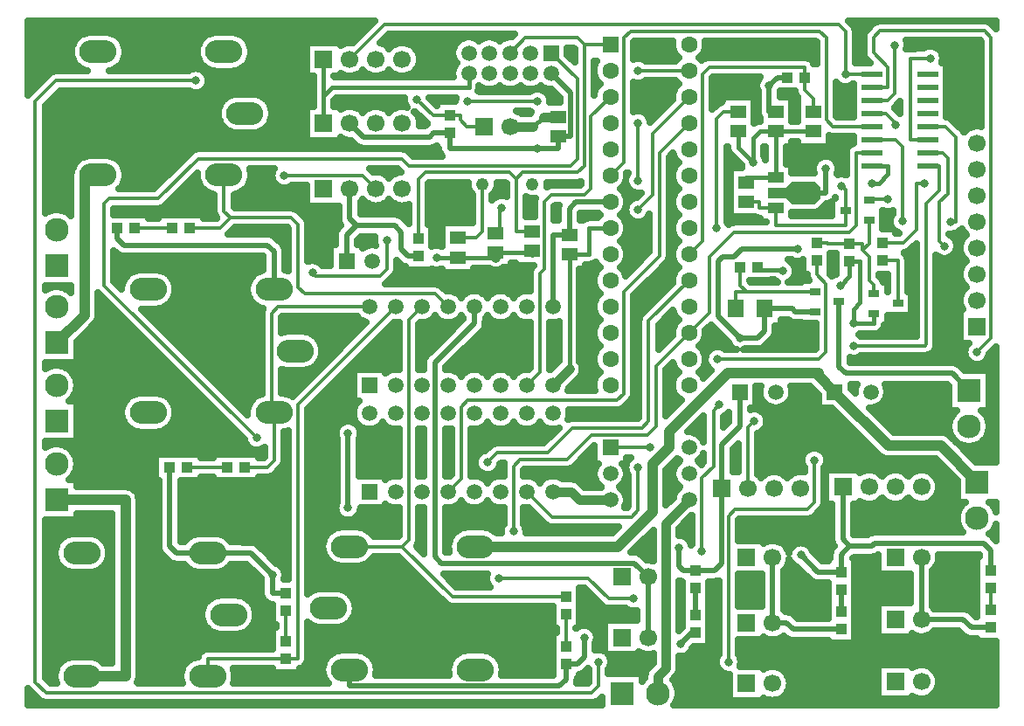
<source format=gbr>
G04 DipTrace 3.2.0.1*
G04 Top.gbr*
%MOIN*%
G04 #@! TF.FileFunction,Copper,L1,Top*
G04 #@! TF.Part,Single*
%AMOUTLINE0*
4,1,10,
-0.100394,-0.019685,
-0.033465,-0.019685,
-0.009843,-0.043307,
0.076772,-0.043307,
0.100394,-0.019685,
0.100394,0.019685,
0.076772,0.043307,
-0.009843,0.043307,
-0.033465,0.019685,
-0.100394,0.019685,
-0.100394,-0.019685,
0*%
G04 #@! TA.AperFunction,Conductor*
%ADD13C,0.011811*%
%ADD14C,0.021654*%
%ADD15C,0.015748*%
%ADD16C,0.035433*%
%ADD17C,0.03937*%
G04 #@! TA.AperFunction,CopperBalancing*
%ADD18C,0.025*%
G04 #@! TA.AperFunction,ComponentPad*
%ADD19R,0.090551X0.090551*%
%ADD20C,0.090551*%
%ADD22R,0.041339X0.025591*%
G04 #@! TA.AperFunction,ComponentPad*
%ADD23R,0.062992X0.062992*%
%ADD24C,0.062992*%
%ADD25R,0.059055X0.051181*%
G04 #@! TA.AperFunction,ComponentPad*
%ADD26R,0.059055X0.059055*%
%ADD27C,0.059055*%
%ADD28R,0.043307X0.03937*%
%ADD29R,0.03937X0.043307*%
%ADD30R,0.062992X0.070866*%
G04 #@! TA.AperFunction,ComponentPad*
%ADD31R,0.066929X0.066929*%
%ADD32C,0.066929*%
%ADD33R,0.07874X0.023622*%
G04 #@! TA.AperFunction,ComponentPad*
%ADD34O,0.141732X0.086614*%
%ADD36R,0.059055X0.03937*%
G04 #@! TA.AperFunction,ComponentPad*
%ADD37C,0.048*%
G04 #@! TA.AperFunction,ViaPad*
%ADD38C,0.031496*%
%ADD76OUTLINE0*%
%FSLAX26Y26*%
G04*
G70*
G90*
G75*
G01*
G04 Top*
%LPD*%
X3667100Y2842218D2*
D13*
X3564051D1*
Y3005888D1*
X3538459Y3031480D1*
X1806588D1*
X1673570Y2898462D1*
X3298388Y2330399D2*
X3235117D1*
Y2354769D1*
X3185900D1*
X3564050Y2323428D2*
Y2265465D1*
X3298388D1*
Y2330399D1*
X3549286Y2415047D2*
X3564050Y2400283D1*
Y2323428D1*
X1384890Y2021079D2*
D14*
Y2164227D1*
X1359298Y2189819D1*
X811743D1*
X786152Y2215409D1*
Y2254780D1*
X3394172Y1007000D2*
X3458707Y942465D1*
X3548362D1*
X1429835Y861176D2*
X1378656D1*
Y932043D1*
X1661060Y2129793D2*
Y2227522D1*
X1699160Y2265622D1*
X1844133D1*
X1869723Y2240031D1*
Y2174131D1*
X1895314Y2148541D1*
X1936031D1*
X3160903Y1629845D2*
Y1497024D1*
X3092160Y1428281D1*
Y1261134D1*
X2448551Y1954843D2*
Y2229782D1*
X2510971D1*
X1673570Y2654738D2*
X1726720Y2601587D1*
X1977450D1*
X1993105Y2617241D1*
X2054769D1*
X1672318Y569932D2*
Y506937D1*
X2472882D1*
X2498472Y532528D1*
Y592454D1*
X3448373Y1936252D2*
X3373192D1*
X3360882Y1948562D1*
X3254643D1*
X3298388Y2698483D2*
X3273391D1*
Y2798472D1*
X3548362Y942465D2*
Y1010175D1*
X3580203Y1042016D1*
X3665266D1*
X3675109Y1051858D1*
X4091850D1*
X4117441Y1026268D1*
Y949110D1*
X1673570Y2404764D2*
Y2291213D1*
X1699160Y2265622D1*
X3489333Y2481976D2*
Y2389454D1*
X3369255D1*
X3580203Y1042016D2*
X3554612Y1067608D1*
Y1267383D1*
X1131108Y1014934D2*
X1011724D1*
X986131Y1040528D1*
Y1342375D1*
X1378656Y932043D2*
X1295765Y1014934D1*
X1131108D1*
X2992171Y948667D2*
X2944812D1*
X2929677Y963802D1*
Y1036157D1*
X3092160Y1261134D2*
Y974257D1*
X3066570Y948667D1*
X2992171D1*
X2510971Y2229782D2*
Y2329112D1*
X2536566Y2354706D1*
X2667205D1*
X2467226Y2604932D2*
X2516440D1*
Y2770508D1*
X2442228Y2844719D1*
X2388483Y2559657D2*
X2467226D1*
Y2604932D1*
X2054769Y2617241D2*
Y2559657D1*
X2388483D1*
X2498472Y592454D2*
X2541780D1*
X2567373Y618047D1*
Y692776D1*
X3160904Y1836866D2*
X3079661Y1918109D1*
Y2128671D1*
X3095160Y2144169D1*
X3137783D1*
X3169280Y2175665D1*
X3381223D1*
X3254643Y1948562D2*
Y1862459D1*
X3229050Y1836866D1*
X3160904D1*
X3273391Y2798472D2*
X3304638Y2829719D1*
X3342134D1*
X1573570Y2898462D2*
D15*
Y2759071D1*
X1606722Y2792223D1*
X2127268D1*
Y2844719D1*
X2967205Y1217367D2*
D16*
X2879682Y1129845D1*
Y575866D1*
X2848745Y544929D1*
Y479966D1*
X2667205Y2254706D2*
D15*
X2585963D1*
Y2154979D1*
X2510971D1*
X2448551Y1248635D2*
D16*
X2517672D1*
X2548940Y1217367D1*
X2667205D1*
X2286005Y2642239D2*
X2373672D1*
D15*
X2411168Y2679735D1*
D16*
X2467226D1*
X3543845Y2035665D2*
D15*
X3579609Y2071429D1*
Y2129793D1*
X2004932Y2142480D2*
X2086016D1*
X3154654Y2623680D2*
Y2563467D1*
X3213743Y2504378D1*
X1573570Y2654738D2*
Y2759071D1*
X3298388Y2623680D2*
X3442123D1*
X2510971Y2154979D2*
Y1717262D1*
D16*
X2448551Y1654843D1*
X3594042Y1890457D2*
D15*
X3673349D1*
Y1930003D1*
X3579609Y2129793D2*
X3618979D1*
Y1970512D1*
X3594042Y1945575D1*
Y1890457D1*
X2229751Y2161039D2*
X2367236D1*
D16*
Y2167289D1*
X2086016Y2142480D2*
D15*
X2229751D1*
D16*
Y2161039D1*
X3298388Y2448509D2*
D15*
X3185900D1*
Y2429572D1*
X3298388Y2623680D2*
Y2448509D1*
X3213743Y2504378D2*
Y2598087D1*
X3239336Y2623680D1*
X3298388D1*
X3326105Y2091020D2*
X3320199Y2096925D1*
X3229646D1*
Y2104795D1*
X3667097Y2425445D2*
X3690723D1*
X3726156Y2460878D1*
Y2492218D1*
X3667100D1*
X2252971Y2332303D2*
D13*
X2247066Y2326398D1*
Y2235843D1*
X2229751D1*
X2179756Y2423512D2*
Y2242875D1*
X2154164Y2217283D1*
X2086016D1*
X2773507Y2654705D2*
Y2435417D1*
X2817189Y1417367D2*
X2667205D1*
X1948551Y1954843D2*
X1899337Y1905629D1*
Y1065524D1*
X1873747Y1039933D1*
X2065003Y848677D1*
X2498472D1*
X1873747Y1039933D2*
X1848160D1*
X1848159Y1039932D1*
X1672318D1*
X3751747Y2952457D2*
Y2767808D1*
X3726156Y2742218D1*
X3667100D1*
Y2642218D2*
X3516928D1*
X3491337Y2667808D1*
Y2980299D1*
X3465747Y3005890D1*
X2743979D1*
X2718388Y2980299D1*
Y2505890D1*
X2667205Y2454706D1*
X4035811Y1636094D2*
D14*
X3970850Y1701055D1*
X3564514D1*
X3538924Y1726646D1*
Y1973654D1*
X2348551Y1654843D2*
D13*
X2397766Y1704058D1*
Y2080831D1*
X2416451Y2099516D1*
Y2354709D1*
X2442042Y2380299D1*
X2567621D1*
X2593211Y2405890D1*
Y2680713D1*
X2667205Y2754706D1*
X2048551Y1248635D2*
X2097766Y1297850D1*
Y1572260D1*
X2123357Y1597850D1*
X2692798D1*
X2718388Y1623441D1*
Y2012386D1*
X2854215Y2148213D1*
Y2541717D1*
X2967205Y2654706D1*
X4067058Y1781772D2*
X4120211Y1834925D1*
Y2981984D1*
X4094621Y3007575D1*
X3696629D1*
X3671038Y2981984D1*
Y2924898D1*
X3726156Y2869780D1*
Y2792218D1*
X3667100D1*
X3755684Y2647339D2*
Y2656785D1*
X3720251Y2692218D1*
X3667100D1*
X3782070Y2280945D2*
Y2566626D1*
X3756478Y2592218D1*
X3667100D1*
X3879698Y2542218D2*
X3935853D1*
X3954570Y2523501D1*
Y2386016D1*
X3923323Y2354769D1*
Y2204785D1*
X3942071Y2186037D1*
X3967068Y2279777D2*
X3985816D1*
Y2600420D1*
X3944018Y2642218D1*
X3879698D1*
X2297766Y1097547D2*
Y1345878D1*
X2323357Y1371469D1*
X2501388D1*
X2596503Y1466583D1*
X2810160D1*
X2842186Y1498609D1*
Y1729688D1*
X2967205Y1854706D1*
X1317346Y1454864D2*
X736157Y2036052D1*
Y2348520D1*
X754906Y2367268D1*
X942184D1*
X1095144Y2520228D1*
X1871129D1*
X1898570Y2492787D1*
X2516440D1*
X2542030Y2518378D1*
Y2823657D1*
X2442228Y2923459D1*
X2967205Y1854706D2*
X3043979Y1931480D1*
Y2144105D1*
X3139748Y2239874D1*
X3578814D1*
X3604404Y2265465D1*
Y2542218D1*
X3667100D1*
X3594042Y1805811D2*
X3868491D1*
X3873328Y1810648D1*
Y2348520D1*
X3921833Y2397025D1*
Y2492218D1*
X3879698D1*
X2755829Y840992D2*
X2661766D1*
X2583215Y919543D1*
X2242648D1*
X3082160Y1580630D2*
X3060913Y1559383D1*
Y1344997D1*
X3016420Y1300504D1*
Y1020933D1*
X2967205Y2054706D2*
X2813660Y1901161D1*
Y1517764D1*
X2788070Y1492173D1*
X2523357D1*
X2428243Y1397059D1*
X2235302D1*
X2199341Y1361098D1*
X1814605Y2208535D2*
Y2099169D1*
X1789014Y2073579D1*
X1541054D1*
X1530562Y2084071D1*
X3887573Y2903244D2*
X3810802D1*
Y2592218D1*
X3879698D1*
X2367236Y2242092D2*
X2308089D1*
Y2441606D1*
X2282499Y2467197D1*
X1961622D1*
X1936031Y2441606D1*
Y2215470D1*
X2667205Y2954706D2*
X2567619D1*
X2542030Y2980295D1*
X2341584D1*
X2284748Y2923459D1*
X2308089Y2441606D2*
X2333680Y2467197D1*
X2542030D1*
X2567619Y2492786D1*
Y2954706D1*
X2967205Y2854706D2*
X2773507D1*
Y2854705D1*
X2622491Y600189D2*
Y506937D1*
X2596900Y481346D1*
X515554D1*
X473685Y523215D1*
Y2738950D1*
X551955Y2817220D1*
X1086121D1*
X3445314Y1369402D2*
Y1207980D1*
X3419723Y1182390D1*
X3143345D1*
X3117755Y1156799D1*
Y600189D1*
X1423585Y2454759D2*
X1723575D1*
X1773570Y2404764D1*
X1273601Y1342375D2*
X1359297D1*
X1384890Y1367969D1*
Y1551079D1*
X1374339D1*
Y1929249D1*
X1399932Y1954843D1*
X1748551D1*
X1193601Y2457234D2*
Y2319740D1*
X1219192Y2294150D1*
X1449853D1*
X1475444Y2268559D1*
Y2029646D1*
X1501034Y2004055D1*
X1999339D1*
X2048551Y1954843D1*
X1219192Y2294150D2*
X1179822Y2254780D1*
X1061123D1*
X2992171Y881738D2*
D14*
Y778121D1*
X1666967Y1471339D2*
Y1187571D1*
X3285900Y998709D2*
Y748693D1*
X3339054D1*
X3364009Y723738D1*
X3548362D1*
X3448373Y2011055D2*
D13*
X3188307D1*
X3144407D1*
Y1948562D1*
X3188307Y2011055D2*
X3162717Y2036646D1*
Y2104795D1*
X3854591Y998709D2*
D14*
Y761186D1*
X4013287D1*
X4044091Y730383D1*
X4117441D1*
X2348551Y1248635D2*
D13*
X2444521Y1152665D1*
X2747916D1*
X2773507Y1178256D1*
Y1341972D1*
Y2325181D2*
X2828625Y2380299D1*
Y2616126D1*
X2967205Y2754706D1*
X1053060Y1342375D2*
X1156699D1*
X1206672D1*
X1429835Y794247D2*
Y678131D1*
X2498472Y659383D2*
Y781748D1*
X853081Y2254780D2*
X894420D1*
X994194D1*
X3548362Y875535D2*
D14*
Y790667D1*
X4117441Y882181D2*
D13*
Y797312D1*
X3442123Y2698483D2*
Y2747701D1*
X3409063Y2780761D1*
Y2829719D1*
Y2869091D1*
X3043979D1*
X3018388Y2843500D1*
Y2205890D1*
X2967205Y2154706D1*
X3073507Y2254705D2*
Y2672891D1*
X3099098Y2698483D1*
X3154654D1*
X3866715Y2425953D2*
X3835832D1*
Y2248530D1*
X3785837Y2198535D1*
X3704596D1*
Y2131606D2*
X3763900D1*
Y1967404D1*
X3454622Y2198535D2*
X3493993D1*
X3495807Y2196722D1*
X3579609D1*
X3629010D1*
Y2171134D1*
X3654601Y2145543D1*
Y2056037D1*
X3673349Y2037289D1*
Y2004806D1*
X3629010Y2171134D2*
X3654601Y2196724D1*
Y2286026D1*
X3076262Y1754705D2*
X3463136D1*
X3488727Y1780295D1*
Y2043539D1*
X3454622Y2077644D1*
Y2131606D1*
X3726951Y2365591D2*
X3654601D1*
Y2360829D1*
X1131108Y544934D2*
Y611202D1*
X1429835D1*
X1475444D1*
Y1581735D1*
X1848551Y1954843D1*
X2388483Y2739291D2*
X2123668D1*
X2810950Y692444D2*
D14*
Y923669D1*
X2757797Y976823D1*
X2023357D1*
X1997766Y1002413D1*
Y1741193D1*
X2148551Y1891978D1*
Y1954843D1*
X2935927Y667446D2*
X2979672Y711192D1*
X2992171D1*
X2186005Y2642239D2*
D13*
X2119731D1*
X2094140Y2667829D1*
Y2684171D1*
X2054769D1*
X1990745D1*
X1928688Y2746228D1*
X3216022Y1517764D2*
X3192160Y1493902D1*
Y1261134D1*
X3523365Y1629845D2*
D17*
X3728690Y1424520D1*
X3928669D1*
X4067058Y1286131D1*
X2152318Y1039932D2*
X2695976D1*
X2828625Y1172580D1*
Y1353811D1*
X2892181Y1417367D1*
Y1479861D1*
X3115219Y1702899D1*
X3462810D1*
Y1690400D1*
X3523365Y1629845D1*
X713601Y2457234D2*
X661165D1*
Y1923564D1*
X554927Y1817325D1*
Y1217388D2*
X817399D1*
Y544934D1*
X651108D1*
D38*
X3942071Y2186037D3*
X2817189Y1417367D3*
X3549286Y2415047D3*
X3564051Y2842218D3*
X2567373Y692776D3*
X2929677Y1036157D3*
X3394172Y1007000D3*
X3489333Y2481976D3*
X3381223Y2175665D3*
X3273391Y2798472D3*
X2388483Y2559657D3*
X1378656Y932043D3*
X3160904Y1836866D3*
X3543845Y2035665D3*
X2004932Y2142480D3*
X3213743Y2504378D3*
X3594042Y1890457D3*
X3667097Y2425445D3*
X3326105Y2091020D3*
X2252971Y2332303D3*
X2773507Y2435417D3*
Y2654705D3*
X3751747Y2952457D3*
X4067058Y1781772D3*
X3755684Y2647339D3*
X3782070Y2280945D3*
X3967068Y2279777D3*
X2297766Y1097547D3*
X1317346Y1454864D3*
X3594042Y1805811D3*
X2242648Y919543D3*
X2755829Y840992D3*
X3016420Y1020933D3*
X3082160Y1580630D3*
X2199341Y1361098D3*
X1530562Y2084071D3*
X1814605Y2208535D3*
X3887573Y2903244D3*
X2773507Y2854705D3*
X1086121Y2817220D3*
X2622491Y600189D3*
X3117755D3*
X3445314Y1369402D3*
X1423585Y2454759D3*
X1666967Y1187571D3*
Y1471339D3*
X2773507Y1341972D3*
Y2325181D3*
X3073507Y2254705D3*
X3866715Y2425953D3*
X3076262Y1754705D3*
X3726951Y2365591D3*
X2123668Y2739291D3*
X2388483D3*
X2935927Y667446D3*
X1928688Y2746228D3*
X3216022Y1517764D3*
X446879Y3021686D2*
D18*
X1741783D1*
X3600130D2*
X3655738D1*
X446879Y2996818D2*
X656861D1*
X770339D2*
X1136848D1*
X1250326D2*
X1716916D1*
X3603682D2*
X3634495D1*
X446879Y2971949D2*
X623919D1*
X803281D2*
X1103906D1*
X1283267D2*
X1692048D1*
X1802045D2*
X2088174D1*
X3603682D2*
X3631409D1*
X446879Y2947080D2*
X611719D1*
X815481D2*
X1091706D1*
X1295504D2*
X1506383D1*
X1818731D2*
X1828433D1*
X1918741D2*
X2068796D1*
X2758000D2*
X2902457D1*
X3031940D2*
X3451701D1*
X3603682D2*
X3631409D1*
X3800902D2*
X3868209D1*
X3906940D2*
X4080607D1*
X446879Y2922211D2*
X609171D1*
X818029D2*
X1089194D1*
X1298016D2*
X1506383D1*
X1936216D2*
X2064023D1*
X2505483D2*
X2528006D1*
X2758000D2*
X2911070D1*
X3023328D2*
X3451701D1*
X3603682D2*
X3631517D1*
X3933028D2*
X4080607D1*
X446879Y2897343D2*
X615271D1*
X811929D2*
X1095258D1*
X1291916D2*
X1506383D1*
X1940738D2*
X2069908D1*
X2795714D2*
X2918713D1*
X3435637D2*
X3451701D1*
X3603682D2*
X3643609D1*
X3936652D2*
X4080607D1*
X446879Y2872474D2*
X632998D1*
X794202D2*
X1112985D1*
X1274225D2*
X1506383D1*
X1935283D2*
X2070734D1*
X3952800D2*
X4080607D1*
X446879Y2847605D2*
X528144D1*
X1124444D2*
X1506383D1*
X1716031D2*
X1731090D1*
X1816040D2*
X1831099D1*
X1916049D2*
X2064095D1*
X3952800D2*
X4080607D1*
X446879Y2822736D2*
X502487D1*
X1135245D2*
X1531969D1*
X3058028D2*
X3230690D1*
X3952800D2*
X4080607D1*
X446879Y2797867D2*
X477619D1*
X1131406D2*
X1531969D1*
X2607250D2*
X2619224D1*
X2758000D2*
X2919215D1*
X3058028D2*
X3223944D1*
X3530945D2*
X3546112D1*
X3582008D2*
X3594018D1*
X3952800D2*
X4080607D1*
X562749Y2772999D2*
X1067807D1*
X1104421D2*
X1531969D1*
X2423703D2*
X2452003D1*
X2758000D2*
X2904718D1*
X3058028D2*
X3228860D1*
X3317937D2*
X3370244D1*
X3530945D2*
X3594018D1*
X3952800D2*
X4080607D1*
X537881Y2748130D2*
X1194263D1*
X1352955D2*
X1531969D1*
X1620399D2*
X1879256D1*
X1981789D2*
X2075040D1*
X2437123D2*
X2471883D1*
X2758000D2*
X2902350D1*
X3058028D2*
X3091424D1*
X3217892D2*
X3228860D1*
X3361644D2*
X3378892D1*
X3530945D2*
X3594018D1*
X3952800D2*
X4080607D1*
X513300Y2723261D2*
X1175782D1*
X1371435D2*
X1531969D1*
X1615160D2*
X1885213D1*
X2758000D2*
X2880748D1*
X3058028D2*
X3068874D1*
X3217892D2*
X3228860D1*
X3361644D2*
X3378892D1*
X3530945D2*
X3594018D1*
X3762183D2*
X3771178D1*
X3952800D2*
X4080607D1*
X513300Y2698392D2*
X1169287D1*
X1377930D2*
X1506383D1*
X2320608D2*
X2362903D1*
X2793238D2*
X2855880D1*
X3217892D2*
X3228860D1*
X3361644D2*
X3378892D1*
X3530945D2*
X3594018D1*
X3952800D2*
X4080607D1*
X513300Y2673524D2*
X1171404D1*
X1375813D2*
X1506383D1*
X1937974D2*
X1946401D1*
X2819039D2*
X2831012D1*
X3217892D2*
X3235140D1*
X3361644D2*
X3378892D1*
X3966472D2*
X4080607D1*
X513300Y2648655D2*
X1183103D1*
X1364115D2*
X1506383D1*
X1940450D2*
X1962651D1*
X3992595D2*
X4080607D1*
X513300Y2623786D2*
X1214071D1*
X1333146D2*
X1506383D1*
X513300Y2598917D2*
X1506383D1*
X3505360D2*
X3594018D1*
X513300Y2574049D2*
X1692299D1*
X3361644D2*
X3378892D1*
X3505360D2*
X3582786D1*
X513300Y2549180D2*
X1069421D1*
X1896851D2*
X2011561D1*
X3339970D2*
X3565454D1*
X513300Y2524311D2*
X651084D1*
X776116D2*
X1044231D1*
X2893822D2*
X2909850D1*
X3113146D2*
X3136028D1*
X3339970D2*
X3466485D1*
X3512178D2*
X3564772D1*
X513300Y2499442D2*
X622125D1*
X805075D2*
X1019363D1*
X2893822D2*
X2920758D1*
X3113146D2*
X3160895D1*
X3339970D2*
X3443232D1*
X3535431D2*
X3564772D1*
X513300Y2474573D2*
X610822D1*
X816127D2*
X994495D1*
X1296150D2*
X1378492D1*
X1758769D2*
X1861780D1*
X2893822D2*
X2905221D1*
X3113146D2*
X3122669D1*
X3361644D2*
X3440469D1*
X3538194D2*
X3564772D1*
X513300Y2449705D2*
X607771D1*
X817814D2*
X969628D1*
X1079625D2*
X1089409D1*
X1297801D2*
X1374401D1*
X2893822D2*
X2902194D1*
X3113146D2*
X3122669D1*
X513300Y2424836D2*
X607771D1*
X810780D2*
X944760D1*
X1054757D2*
X1096442D1*
X1290767D2*
X1384879D1*
X1975653D2*
X2122048D1*
X2237464D2*
X2268456D1*
X2427471D2*
X2553591D1*
X2893822D2*
X2909563D1*
X3113146D2*
X3122669D1*
X513300Y2399967D2*
X607771D1*
X1029889D2*
X1115856D1*
X1271354D2*
X1506383D1*
X1975653D2*
X2127323D1*
X2232189D2*
X2268456D1*
X2713109D2*
X2740189D1*
X2893822D2*
X2921297D1*
X3113146D2*
X3122669D1*
X513300Y2375098D2*
X607771D1*
X1005021D2*
X1153965D1*
X1233209D2*
X1506383D1*
X1975653D2*
X2140134D1*
X2219378D2*
X2231136D1*
X2729005D2*
X2768430D1*
X2893822D2*
X2905400D1*
X3113146D2*
X3122669D1*
X513300Y2350230D2*
X607771D1*
X980154D2*
X1153965D1*
X1233209D2*
X1506383D1*
X1718112D2*
X1736293D1*
X1810837D2*
X1836302D1*
X1975653D2*
X2140134D1*
X2347700D2*
X2376826D1*
X2893822D2*
X2902135D1*
X3113146D2*
X3122669D1*
X513300Y2325361D2*
X607771D1*
X775793D2*
X1153965D1*
X1472449D2*
X1629035D1*
X1718112D2*
X1896408D1*
X1975653D2*
X2140134D1*
X2347700D2*
X2376826D1*
X2456070D2*
X2466429D1*
X2893822D2*
X2909275D1*
X3113146D2*
X3122669D1*
X3471880D2*
X3509654D1*
X908457Y2300492D2*
X938839D1*
X1116478D2*
X1159347D1*
X1498501D2*
X1629035D1*
X1870117D2*
X1896408D1*
X1975653D2*
X2140134D1*
X2347700D2*
X2376826D1*
X2456070D2*
X2466429D1*
X2555505D2*
X2621843D1*
X2712570D2*
X2731039D1*
X2893822D2*
X2921835D1*
X3113146D2*
X3122669D1*
X3709003D2*
X3736872D1*
X1514397Y2275623D2*
X1632014D1*
X1975653D2*
X2140134D1*
X2728826D2*
X2814577D1*
X2893822D2*
X2905579D1*
X3118062D2*
X3127236D1*
X3709003D2*
X3732925D1*
X1230805Y2250755D2*
X1435835D1*
X1515079D2*
X1623509D1*
X1989432D2*
X2022757D1*
X2732307D2*
X2814577D1*
X2893822D2*
X2902135D1*
X1383420Y2225886D2*
X1435835D1*
X1515079D2*
X1616512D1*
X1989432D2*
X2022757D1*
X2725417D2*
X2814577D1*
X2893822D2*
X2909024D1*
X3969414D2*
X4019137D1*
X1410046Y2201017D2*
X1435835D1*
X1515079D2*
X1616512D1*
X1705588D2*
X1765754D1*
X1989432D2*
X2022757D1*
X2711996D2*
X2814577D1*
X2893822D2*
X2922409D1*
X3989079D2*
X4003456D1*
X1427701Y2176148D2*
X1435835D1*
X1515079D2*
X1597816D1*
X2728647D2*
X2814577D1*
X2893822D2*
X2905759D1*
X3818449D2*
X3833688D1*
X3990478D2*
X3999975D1*
X775793Y2151280D2*
X792431D1*
X1515079D2*
X1597816D1*
X2732307D2*
X2802269D1*
X2893822D2*
X2902077D1*
X3508015D2*
X3526196D1*
X3797888D2*
X3833688D1*
X3976160D2*
X4006506D1*
X775793Y2126411D2*
X1340347D1*
X1553368D2*
X1597816D1*
X2725668D2*
X2777401D1*
X2886752D2*
X2908737D1*
X3359491D2*
X3401212D1*
X3508015D2*
X3526196D1*
X3803522D2*
X3833688D1*
X3912932D2*
X4019676D1*
X775793Y2101542D2*
X1340347D1*
X1854221D2*
X1882629D1*
X2149261D2*
X2200455D1*
X2259066D2*
X2364446D1*
X2574201D2*
X2622991D1*
X2711422D2*
X2752533D1*
X2862530D2*
X2922983D1*
X3374383D2*
X3401212D1*
X3508015D2*
X3526196D1*
X3803522D2*
X3833688D1*
X3912932D2*
X4003636D1*
X775793Y2076673D2*
X825194D1*
X984567D2*
X1305216D1*
X1846649D2*
X2358130D1*
X2552563D2*
X2605982D1*
X2837663D2*
X2905974D1*
X3373342D2*
X3415027D1*
X3510599D2*
X3518460D1*
X3694218D2*
X3724277D1*
X3803522D2*
X3833688D1*
X3912932D2*
X3999939D1*
X775793Y2051804D2*
X806929D1*
X1002833D2*
X1286951D1*
X1822248D2*
X2358130D1*
X2552563D2*
X2602071D1*
X2812795D2*
X2902063D1*
X3202569D2*
X3297758D1*
X3354431D2*
X3393999D1*
X3710007D2*
X3724277D1*
X3803522D2*
X3833688D1*
X3912932D2*
X4006255D1*
X513300Y2026936D2*
X526099D1*
X583777D2*
X607771D1*
X1009256D2*
X1280528D1*
X2031453D2*
X2358130D1*
X2552563D2*
X2608458D1*
X2787927D2*
X2884444D1*
X3803522D2*
X3833688D1*
X3912932D2*
X4020250D1*
X1006995Y2002067D2*
X1282789D1*
X2089262D2*
X2107838D1*
X2189271D2*
X2207847D1*
X2289245D2*
X2307857D1*
X2552563D2*
X2623601D1*
X2763060D2*
X2859576D1*
X3818270D2*
X3833688D1*
X3912932D2*
X4003815D1*
X714575Y1977198D2*
X740005D1*
X995189D2*
X1294595D1*
X2552563D2*
X2606162D1*
X2758000D2*
X2834708D1*
X3818270D2*
X3833688D1*
X3912932D2*
X3999939D1*
X714575Y1952329D2*
X764872D1*
X963719D2*
X1326065D1*
X2552563D2*
X2602035D1*
X2758000D2*
X2809840D1*
X3818270D2*
X3833688D1*
X3912932D2*
X4006004D1*
X714575Y1927461D2*
X789740D1*
X899737D2*
X1334713D1*
X2552563D2*
X2608207D1*
X2758000D2*
X2784973D1*
X2894970D2*
X2908235D1*
X3818270D2*
X3833688D1*
X3912932D2*
X3999868D1*
X710053Y1902592D2*
X814608D1*
X924605D2*
X1334713D1*
X1413958D2*
X1715086D1*
X1982040D2*
X2015077D1*
X2082014D2*
X2097216D1*
X2193111D2*
X2215060D1*
X2282032D2*
X2315069D1*
X2552563D2*
X2624212D1*
X2758000D2*
X2774064D1*
X2870102D2*
X2924203D1*
X3319839D2*
X3345484D1*
X3727734D2*
X3833688D1*
X3912932D2*
X3999868D1*
X689815Y1877723D2*
X839476D1*
X949473D2*
X1334713D1*
X1413958D2*
X1716449D1*
X1826446D2*
X1859699D1*
X1938943D2*
X2072349D1*
X2190599D2*
X2358130D1*
X2437375D2*
X2469371D1*
X2552563D2*
X2606377D1*
X2758000D2*
X2774028D1*
X2853272D2*
X2906369D1*
X3045217D2*
X3058087D1*
X3299169D2*
X3449117D1*
X3712806D2*
X3833688D1*
X3912932D2*
X3999868D1*
X664947Y1852854D2*
X864343D1*
X974340D2*
X1334713D1*
X1528033D2*
X1691582D1*
X1801579D2*
X1859699D1*
X1938943D2*
X2047481D1*
X2171401D2*
X2358130D1*
X2437375D2*
X2469371D1*
X2552563D2*
X2602035D1*
X2758000D2*
X2774028D1*
X2853272D2*
X2902027D1*
X3032406D2*
X3082955D1*
X3298057D2*
X3449117D1*
X3686539D2*
X3833688D1*
X3912932D2*
X3999868D1*
X640079Y1827986D2*
X889211D1*
X999208D2*
X1334713D1*
X1556561D2*
X1666678D1*
X1776675D2*
X1859699D1*
X1938943D2*
X2022613D1*
X2146533D2*
X2358130D1*
X2437375D2*
X2469371D1*
X2552563D2*
X2607956D1*
X2758000D2*
X2774028D1*
X2853272D2*
X2885484D1*
X3026449D2*
X3107823D1*
X3282124D2*
X3449117D1*
X3912932D2*
X3999868D1*
X633907Y1803117D2*
X914079D1*
X1024076D2*
X1334713D1*
X1567506D2*
X1641810D1*
X1751807D2*
X1859699D1*
X1938943D2*
X1997745D1*
X2121666D2*
X2358130D1*
X2437375D2*
X2469371D1*
X2552563D2*
X2624822D1*
X2758000D2*
X2774028D1*
X3009584D2*
X3125729D1*
X3256611D2*
X3449117D1*
X3912179D2*
X4022726D1*
X633907Y1778248D2*
X938947D1*
X1048944D2*
X1334713D1*
X1569049D2*
X1616942D1*
X1726940D2*
X1859699D1*
X1938943D2*
X1972878D1*
X2096798D2*
X2358130D1*
X2437375D2*
X2469371D1*
X2552563D2*
X2606592D1*
X2758000D2*
X2774028D1*
X3895852D2*
X4017738D1*
X4118549D2*
X4137340D1*
X633907Y1753379D2*
X963814D1*
X1073811D2*
X1334713D1*
X1561908D2*
X1592075D1*
X1702072D2*
X1859699D1*
X1938943D2*
X1955043D1*
X2071894D2*
X2358130D1*
X2437375D2*
X2469371D1*
X2552563D2*
X2601999D1*
X2758000D2*
X2774028D1*
X3583480D2*
X4027140D1*
X4106958D2*
X4137340D1*
X513300Y1728510D2*
X530764D1*
X579112D2*
X988718D1*
X1098715D2*
X1334713D1*
X1542280D2*
X1567207D1*
X1677204D2*
X1859699D1*
X1938943D2*
X1953213D1*
X2047026D2*
X2358130D1*
X2437375D2*
X2450532D1*
X2561103D2*
X2607741D1*
X2758000D2*
X2774028D1*
X2896010D2*
X2907732D1*
X3026701D2*
X3034798D1*
X4005370D2*
X4137340D1*
X616575Y1703642D2*
X1013586D1*
X1123583D2*
X1334713D1*
X1413958D2*
X1542339D1*
X1652336D2*
X1685302D1*
X2087217D2*
X2109883D1*
X2187226D2*
X2209893D1*
X2287235D2*
X2309866D1*
X2560457D2*
X2625467D1*
X2758000D2*
X2774028D1*
X2881800D2*
X2925495D1*
X3008938D2*
X3041473D1*
X4114817D2*
X4137340D1*
X630175Y1678773D2*
X1038453D1*
X1148451D2*
X1334713D1*
X1413958D2*
X1517471D1*
X1627469D2*
X1685302D1*
X2544166D2*
X2606808D1*
X2758000D2*
X2774028D1*
X2881800D2*
X2906799D1*
X4114817D2*
X4137340D1*
X633907Y1653904D2*
X1063321D1*
X1173318D2*
X1334713D1*
X1413958D2*
X1492604D1*
X1602601D2*
X1685302D1*
X2519298D2*
X2601999D1*
X2758000D2*
X2774028D1*
X2881800D2*
X2901991D1*
X3586602D2*
X3602881D1*
X3719445D2*
X3956053D1*
X4114817D2*
X4137340D1*
X629314Y1629035D2*
X1088189D1*
X1198186D2*
X1334713D1*
X1413958D2*
X1467736D1*
X1577733D2*
X1685302D1*
X2758000D2*
X2774028D1*
X2881800D2*
X2907481D1*
X3224135D2*
X3235463D1*
X3361931D2*
X3449691D1*
X3724397D2*
X3956807D1*
X4114817D2*
X4137340D1*
X614458Y1604167D2*
X822538D1*
X987259D2*
X1113057D1*
X1223054D2*
X1302525D1*
X1552865D2*
X1685302D1*
X2752617D2*
X2774028D1*
X2881800D2*
X2927576D1*
X3224135D2*
X3241132D1*
X3356261D2*
X3460134D1*
X3718727D2*
X3956807D1*
X4114817D2*
X4137340D1*
X633907Y1579298D2*
X805852D1*
X1003909D2*
X1137924D1*
X1247922D2*
X1285839D1*
X1527998D2*
X1693627D1*
X2729257D2*
X2774028D1*
X2881800D2*
X2917134D1*
X3224135D2*
X3262519D1*
X3334874D2*
X3460134D1*
X3697340D2*
X3956807D1*
X4114817D2*
X4137340D1*
X633907Y1554429D2*
X800398D1*
X1009399D2*
X1162792D1*
X1272789D2*
X1280385D1*
X1515079D2*
X1685589D1*
X2511511D2*
X2774028D1*
X2881800D2*
X2892285D1*
X3247855D2*
X3524295D1*
X3673262D2*
X3981351D1*
X4090272D2*
X4137340D1*
X633907Y1529560D2*
X803484D1*
X1006313D2*
X1187660D1*
X1515079D2*
X1688388D1*
X2508712D2*
X2770475D1*
X3100550D2*
X3116363D1*
X3263967D2*
X3549162D1*
X3698130D2*
X3963481D1*
X4108106D2*
X4137340D1*
X633907Y1504692D2*
X816510D1*
X993287D2*
X1212528D1*
X1515079D2*
X1631404D1*
X1793002D2*
X1804114D1*
X2193003D2*
X2204090D1*
X2292977D2*
X2304125D1*
X2392986D2*
X2404098D1*
X2991498D2*
X3021306D1*
X3263644D2*
X3574030D1*
X3722997D2*
X3957094D1*
X4114530D2*
X4137340D1*
X633907Y1479823D2*
X853004D1*
X956757D2*
X1237395D1*
X1515079D2*
X1618270D1*
X1715672D2*
X1859699D1*
X1938943D2*
X1953213D1*
X2042326D2*
X2058138D1*
X2137383D2*
X2456022D1*
X2966631D2*
X3021306D1*
X3246204D2*
X3598898D1*
X3747865D2*
X3959067D1*
X4112520D2*
X4137340D1*
X633907Y1454954D2*
X1262263D1*
X1424508D2*
X1435835D1*
X1515079D2*
X1620459D1*
X1713483D2*
X1859699D1*
X1938943D2*
X1953213D1*
X2042326D2*
X2058138D1*
X2137383D2*
X2431155D1*
X3231779D2*
X3623766D1*
X4101324D2*
X4137340D1*
X513300Y1430085D2*
X536900D1*
X572940D2*
X1274966D1*
X1424508D2*
X1435835D1*
X1515079D2*
X1622433D1*
X1711509D2*
X1859699D1*
X1938943D2*
X1953213D1*
X2042326D2*
X2058138D1*
X2137383D2*
X2215849D1*
X3231779D2*
X3648633D1*
X4072904D2*
X4137340D1*
X615283Y1405217D2*
X1345263D1*
X1424508D2*
X1435835D1*
X1515079D2*
X1622433D1*
X1711509D2*
X1859699D1*
X1938943D2*
X1953213D1*
X2042326D2*
X2058138D1*
X2137383D2*
X2180755D1*
X2590134D2*
X2603973D1*
X3136686D2*
X3152534D1*
X3231779D2*
X3412444D1*
X3478195D2*
X3673501D1*
X4022451D2*
X4137340D1*
X629673Y1380348D2*
X930765D1*
X1108440D2*
X1151309D1*
X1328984D2*
X1342285D1*
X1424508D2*
X1435835D1*
X1515079D2*
X1622433D1*
X1711509D2*
X1859699D1*
X1938943D2*
X1953213D1*
X2042326D2*
X2058138D1*
X2137383D2*
X2153985D1*
X2565266D2*
X2603973D1*
X3136686D2*
X3152534D1*
X3231779D2*
X3397157D1*
X3493482D2*
X3700881D1*
X4047319D2*
X4137340D1*
X633907Y1355479D2*
X930765D1*
X1422355D2*
X1435835D1*
X1515079D2*
X1622433D1*
X1711509D2*
X1859699D1*
X1938943D2*
X1953213D1*
X2042326D2*
X2058138D1*
X2137383D2*
X2150203D1*
X2248731D2*
X2259395D1*
X2540398D2*
X2617394D1*
X2717020D2*
X2725996D1*
X2904766D2*
X2917421D1*
X3136686D2*
X3152534D1*
X3231779D2*
X3397946D1*
X3492657D2*
X3923219D1*
X629852Y1330610D2*
X930765D1*
X1402546D2*
X1435835D1*
X1515079D2*
X1622433D1*
X1711509D2*
X1859699D1*
X1938943D2*
X1953213D1*
X2042326D2*
X2058138D1*
X2137383D2*
X2161126D1*
X2237572D2*
X2258157D1*
X2337509D2*
X2605408D1*
X2882016D2*
X2905436D1*
X3136686D2*
X3152534D1*
X3231779D2*
X3405697D1*
X3621804D2*
X3638478D1*
X3670750D2*
X3738487D1*
X3770759D2*
X3838461D1*
X3870733D2*
X3948087D1*
X615786Y1305741D2*
X930765D1*
X1367811D2*
X1435835D1*
X1515079D2*
X1622433D1*
X1811806D2*
X1825358D1*
X2171760D2*
X2225359D1*
X2371742D2*
X2425341D1*
X2471752D2*
X2605085D1*
X2882016D2*
X2905077D1*
X3909200D2*
X3972955D1*
X633907Y1280873D2*
X941602D1*
X1030679D2*
X1435835D1*
X1515079D2*
X1622433D1*
X2557120D2*
X2616138D1*
X2718276D2*
X2733874D1*
X2882016D2*
X2916129D1*
X3920360D2*
X3988062D1*
X853052Y1256004D2*
X941602D1*
X1030679D2*
X1435835D1*
X1515079D2*
X1622433D1*
X2716590D2*
X2733874D1*
X2882016D2*
X2917816D1*
X3920791D2*
X3988062D1*
X868913Y1231135D2*
X941602D1*
X1030679D2*
X1435835D1*
X1515079D2*
X1622433D1*
X2882016D2*
X2905544D1*
X3910672D2*
X3988062D1*
X870815Y1206266D2*
X941602D1*
X1030679D2*
X1435835D1*
X1515079D2*
X1621392D1*
X2094573D2*
X2102508D1*
X2194582D2*
X2202535D1*
X3621804D2*
X3630942D1*
X3678286D2*
X3730952D1*
X3778295D2*
X3830925D1*
X3878304D2*
X4014616D1*
X4119518D2*
X4137340D1*
X870815Y1181398D2*
X941602D1*
X1030679D2*
X1435835D1*
X1515079D2*
X1617911D1*
X1716031D2*
X1859699D1*
X1938943D2*
X1953213D1*
X2042326D2*
X2258157D1*
X2337401D2*
X2360786D1*
X3473746D2*
X3510084D1*
X3599161D2*
X3995597D1*
X633907Y1156529D2*
X764011D1*
X870815D2*
X941602D1*
X1030679D2*
X1435835D1*
X1515079D2*
X1629215D1*
X1704727D2*
X1859699D1*
X1938943D2*
X1953213D1*
X2042326D2*
X2258157D1*
X2337401D2*
X2385653D1*
X3448878D2*
X3510084D1*
X3599161D2*
X3988492D1*
X513300Y1131660D2*
X764011D1*
X870815D2*
X941602D1*
X1030679D2*
X1435835D1*
X1515079D2*
X1859699D1*
X1938943D2*
X1953213D1*
X2042326D2*
X2258157D1*
X2337401D2*
X2410521D1*
X2953210D2*
X2976810D1*
X3157391D2*
X3510084D1*
X3599161D2*
X3989892D1*
X513300Y1106791D2*
X764011D1*
X870815D2*
X941602D1*
X1030679D2*
X1435835D1*
X1515079D2*
X1609335D1*
X1735301D2*
X1859699D1*
X1938943D2*
X1953213D1*
X2042326D2*
X2089358D1*
X2215287D2*
X2249222D1*
X2346301D2*
X2688337D1*
X2931105D2*
X2976810D1*
X3157391D2*
X3510084D1*
X3599161D2*
X4000334D1*
X513300Y1081923D2*
X588394D1*
X713821D2*
X764011D1*
X870815D2*
X941602D1*
X1030679D2*
X1068381D1*
X1193808D2*
X1435835D1*
X1515079D2*
X1580699D1*
X1763936D2*
X1859699D1*
X1938943D2*
X1953213D1*
X2042326D2*
X2060686D1*
X2812436D2*
X2828249D1*
X2942732D2*
X2976810D1*
X3157391D2*
X3510084D1*
X4123752D2*
X4137340D1*
X513300Y1057054D2*
X559579D1*
X742636D2*
X764011D1*
X870815D2*
X941602D1*
X1031576D2*
X1039566D1*
X1222659D2*
X1435835D1*
X1515079D2*
X1569719D1*
X1937974D2*
X1953213D1*
X2787568D2*
X2828249D1*
X3316322D2*
X3511412D1*
X513300Y1032185D2*
X548563D1*
X753653D2*
X764011D1*
X870815D2*
X942427D1*
X1340467D2*
X1435835D1*
X1515079D2*
X1568140D1*
X1936503D2*
X1953213D1*
X2762701D2*
X2828249D1*
X3343737D2*
X3352005D1*
X3436319D2*
X3510049D1*
X513300Y1007316D2*
X546912D1*
X755303D2*
X764011D1*
X870815D2*
X957391D1*
X1365335D2*
X1435835D1*
X1515079D2*
X1575245D1*
X2789255D2*
X2828249D1*
X3455804D2*
X3503805D1*
X3921186D2*
X4072892D1*
X513300Y982448D2*
X553981D1*
X748234D2*
X764011D1*
X870815D2*
X982546D1*
X1390202D2*
X1435835D1*
X1515079D2*
X1594838D1*
X1749798D2*
X1876242D1*
X3601781D2*
X3687424D1*
X3919679D2*
X4064029D1*
X513300Y957579D2*
X573466D1*
X728749D2*
X764011D1*
X870815D2*
X1053453D1*
X1208736D2*
X1291150D1*
X1420560D2*
X1435835D1*
X1515079D2*
X1901109D1*
X3338319D2*
X3381619D1*
X3601781D2*
X3687424D1*
X3907012D2*
X4064029D1*
X513300Y932710D2*
X764011D1*
X870815D2*
X1316018D1*
X1428132D2*
X1435835D1*
X1515079D2*
X1925977D1*
X2035974D2*
X2195073D1*
X3157391D2*
X3241348D1*
X3330460D2*
X3406487D1*
X3601781D2*
X3810040D1*
X3899117D2*
X4064029D1*
X513300Y907841D2*
X764011D1*
X870815D2*
X1334103D1*
X1515079D2*
X1950845D1*
X2060842D2*
X2194678D1*
X3157391D2*
X3241348D1*
X3330460D2*
X3432359D1*
X3601781D2*
X3810040D1*
X3899117D2*
X4064029D1*
X513300Y882972D2*
X764011D1*
X870815D2*
X1334103D1*
X1515079D2*
X1975712D1*
X2931105D2*
X2938771D1*
X3045576D2*
X3078146D1*
X3157391D2*
X3241348D1*
X3330460D2*
X3494977D1*
X3601781D2*
X3810040D1*
X3899117D2*
X4064029D1*
X513300Y858104D2*
X764011D1*
X870815D2*
X1334211D1*
X1674585D2*
X2000580D1*
X2551881D2*
X2589655D1*
X2931105D2*
X2938771D1*
X3045576D2*
X3078146D1*
X3157391D2*
X3241348D1*
X3330460D2*
X3494977D1*
X3601781D2*
X3810040D1*
X3899117D2*
X4064029D1*
X513300Y833235D2*
X764011D1*
X870815D2*
X1128953D1*
X1293243D2*
X1344725D1*
X1691307D2*
X2025448D1*
X2551881D2*
X2614523D1*
X2931105D2*
X2938771D1*
X3045576D2*
X3078146D1*
X3157391D2*
X3241348D1*
X3330460D2*
X3494977D1*
X3601781D2*
X3810040D1*
X3899117D2*
X4064029D1*
X513300Y808366D2*
X764011D1*
X870815D2*
X1112160D1*
X1310037D2*
X1376447D1*
X1696833D2*
X2445078D1*
X2551881D2*
X2641544D1*
X2931105D2*
X2938771D1*
X3045576D2*
X3078146D1*
X3330460D2*
X3494977D1*
X3601781D2*
X3687424D1*
X3901342D2*
X4064029D1*
X513300Y783497D2*
X764011D1*
X870815D2*
X1106598D1*
X1315599D2*
X1376447D1*
X1693747D2*
X2445078D1*
X2551881D2*
X2766421D1*
X2931105D2*
X2938771D1*
X3045576D2*
X3078146D1*
X3365124D2*
X3494977D1*
X3601781D2*
X3687424D1*
X4052952D2*
X4064029D1*
X513300Y758629D2*
X764011D1*
X870815D2*
X1109648D1*
X1312585D2*
X1376447D1*
X1680757D2*
X2445078D1*
X2551881D2*
X2766421D1*
X2931105D2*
X2938771D1*
X3045576D2*
X3078146D1*
X3601781D2*
X3687424D1*
X513300Y733760D2*
X764011D1*
X870815D2*
X1122566D1*
X1299667D2*
X1390226D1*
X1515079D2*
X1540150D1*
X1644478D2*
X2445078D1*
X2592789D2*
X2643768D1*
X2931105D2*
X2938771D1*
X3045576D2*
X3078146D1*
X3601781D2*
X3687424D1*
X513300Y708891D2*
X764011D1*
X870815D2*
X1158558D1*
X1263675D2*
X1376447D1*
X1515079D2*
X2445078D1*
X2613997D2*
X2643768D1*
X3045576D2*
X3078146D1*
X3601781D2*
X3687424D1*
X3895170D2*
X4003636D1*
X513300Y684022D2*
X764011D1*
X870815D2*
X1376447D1*
X1515079D2*
X2445078D1*
X2616006D2*
X2643768D1*
X3045576D2*
X3078146D1*
X3253094D2*
X3347708D1*
X3601781D2*
X4064029D1*
X513300Y659154D2*
X764011D1*
X870815D2*
X1376447D1*
X1515079D2*
X2445078D1*
X2611915D2*
X2643768D1*
X3045576D2*
X3078146D1*
X3157391D2*
X4137340D1*
X513300Y634285D2*
X764011D1*
X870815D2*
X1099528D1*
X1515079D2*
X1604670D1*
X1739965D2*
X2084693D1*
X2219952D2*
X2445078D1*
X2971690D2*
X3078146D1*
X3157391D2*
X4137340D1*
X513300Y609416D2*
X583693D1*
X718522D2*
X764011D1*
X870815D2*
X1063680D1*
X1515008D2*
X1579049D1*
X1765587D2*
X2059071D1*
X2245574D2*
X2445078D1*
X2671052D2*
X2828249D1*
X2931105D2*
X3069211D1*
X3166290D2*
X4137340D1*
X513300Y584547D2*
X557928D1*
X870815D2*
X1037915D1*
X1503776D2*
X1569181D1*
X1775455D2*
X2049167D1*
X2255442D2*
X2445078D1*
X2669258D2*
X2816658D1*
X2931105D2*
X3070970D1*
X3164532D2*
X3687424D1*
X3821787D2*
X3830263D1*
X3878914D2*
X4137340D1*
X513300Y559678D2*
X547988D1*
X870815D2*
X1028011D1*
X1234214D2*
X1376447D1*
X1483250D2*
X1568427D1*
X1776209D2*
X2048450D1*
X2256195D2*
X2445078D1*
X2570613D2*
X2582873D1*
X2662117D2*
X2799578D1*
X2928378D2*
X3091495D1*
X3337458D2*
X3687424D1*
X3910815D2*
X4137340D1*
X517104Y534810D2*
X547199D1*
X869774D2*
X1027222D1*
X1235003D2*
X1576537D1*
X2543018D2*
X2582873D1*
X2910328D2*
X3118731D1*
X3350735D2*
X3687424D1*
X3920791D2*
X4137340D1*
X2921632Y509941D2*
X3118731D1*
X3352637D2*
X3687424D1*
X3920289D2*
X4137340D1*
X446879Y485072D2*
X456828D1*
X2927553D2*
X3118731D1*
X3344347D2*
X3687424D1*
X3908985D2*
X4137340D1*
X446879Y460203D2*
X481710D1*
X2925148D2*
X3118731D1*
X3318403D2*
X3687424D1*
X3821787D2*
X3839573D1*
X3869584D2*
X4137340D1*
X446879Y435335D2*
X2631962D1*
X2913378D2*
X4137340D1*
X4062585Y1362623D2*
X4139822D1*
X4139833Y1802047D1*
X4113652Y1775867D1*
X4112725Y1770808D1*
X4110447Y1763799D1*
X4107102Y1757233D1*
X4102770Y1751271D1*
X4097559Y1746060D1*
X4091597Y1741728D1*
X4085030Y1738382D1*
X4078021Y1736105D1*
X4070743Y1734952D1*
X4063373D1*
X4056094Y1736105D1*
X4049085Y1738382D1*
X4042519Y1741728D1*
X4036557Y1746060D1*
X4031346Y1751271D1*
X4027014Y1757233D1*
X4023668Y1763799D1*
X4021391Y1770808D1*
X4020238Y1778087D1*
Y1785456D1*
X4021391Y1792735D1*
X4023668Y1799744D1*
X4027014Y1806311D1*
X4031346Y1812273D1*
X4034029Y1815147D1*
X4002377Y1815138D1*
Y1944500D1*
X4012891D1*
X4009426Y1950454D1*
X4005542Y1959831D1*
X4003173Y1969701D1*
X4002377Y1979819D1*
X4003173Y1989937D1*
X4005542Y1999806D1*
X4009426Y2009184D1*
X4014730Y2017837D1*
X4021321Y2025555D1*
X4026063Y2029801D1*
X4021321Y2034082D1*
X4014730Y2041800D1*
X4009426Y2050454D1*
X4005542Y2059831D1*
X4003173Y2069701D1*
X4002377Y2079819D1*
X4003173Y2089937D1*
X4005542Y2099806D1*
X4009426Y2109184D1*
X4014730Y2117837D1*
X4021321Y2125555D1*
X4026063Y2129801D1*
X4021321Y2134082D1*
X4014730Y2141800D1*
X4009426Y2150454D1*
X4005542Y2159831D1*
X4003173Y2169701D1*
X4002377Y2179819D1*
X4003173Y2189937D1*
X4005542Y2199806D1*
X4009426Y2209184D1*
X4014730Y2217837D1*
X4021321Y2225555D1*
X4026063Y2229801D1*
X4021321Y2234082D1*
X4014730Y2241800D1*
X4009426Y2250454D1*
X4009202Y2250941D1*
X4005213Y2248125D1*
X3997569Y2244065D1*
X3991607Y2239733D1*
X3985041Y2236387D1*
X3978032Y2234110D1*
X3970753Y2232957D1*
X3963383D1*
X3960451Y2233304D1*
X3963392Y2227882D1*
X3969676Y2224032D1*
X3975280Y2219246D1*
X3980066Y2213642D1*
X3983917Y2207358D1*
X3986737Y2200550D1*
X3988457Y2193384D1*
X3989035Y2186037D1*
X3988457Y2178690D1*
X3986737Y2171524D1*
X3983917Y2164715D1*
X3980066Y2158432D1*
X3975280Y2152828D1*
X3969676Y2148042D1*
X3963392Y2144191D1*
X3956584Y2141371D1*
X3949418Y2139650D1*
X3942071Y2139072D1*
X3934724Y2139650D1*
X3927558Y2141371D1*
X3920749Y2144191D1*
X3914466Y2148042D1*
X3910459Y2151351D1*
X3910336Y1807736D1*
X3909425Y1801982D1*
X3907625Y1796442D1*
X3904980Y1791252D1*
X3901556Y1786539D1*
X3894740Y1779562D1*
X3890311Y1775779D1*
X3885344Y1772735D1*
X3879962Y1770506D1*
X3874298Y1769146D1*
X3868479Y1768689D1*
X3622792D1*
X3618581Y1765767D1*
X3612015Y1762421D1*
X3605006Y1760144D1*
X3597727Y1758991D1*
X3590357D1*
X3583078Y1760144D1*
X3580957Y1760742D1*
X3580967Y1744031D1*
X3581924Y1743104D1*
X3974149Y1742969D1*
X3980665Y1741937D1*
X3986940Y1739898D1*
X3992818Y1736903D1*
X3998155Y1733025D1*
X4018773Y1712591D1*
X4112303Y1712587D1*
Y1559602D1*
X4081550D1*
X4089899Y1552387D1*
X4093976Y1547977D1*
X4097694Y1543260D1*
X4101031Y1538266D1*
X4103966Y1533026D1*
X4106481Y1527571D1*
X4108559Y1521937D1*
X4110190Y1516156D1*
X4111361Y1510265D1*
X4112067Y1504301D1*
X4112303Y1498299D1*
X4112067Y1492298D1*
X4111361Y1486333D1*
X4110190Y1480442D1*
X4108559Y1474662D1*
X4106481Y1469027D1*
X4103966Y1463573D1*
X4101031Y1458332D1*
X4097694Y1453338D1*
X4093976Y1448622D1*
X4089899Y1444211D1*
X4085489Y1440134D1*
X4080772Y1436416D1*
X4075778Y1433079D1*
X4070538Y1430144D1*
X4065083Y1427630D1*
X4059448Y1425551D1*
X4053668Y1423921D1*
X4047777Y1422749D1*
X4041813Y1422043D1*
X4035811Y1421807D1*
X4029810Y1422043D1*
X4023845Y1422749D1*
X4017954Y1423921D1*
X4012174Y1425551D1*
X4006539Y1427630D1*
X4001084Y1430144D1*
X3995844Y1433079D1*
X3990850Y1436416D1*
X3986133Y1440134D1*
X3981723Y1444211D1*
X3977646Y1448622D1*
X3973928Y1453338D1*
X3970591Y1458332D1*
X3967656Y1463573D1*
X3965142Y1469027D1*
X3963063Y1474662D1*
X3961432Y1480442D1*
X3960261Y1486333D1*
X3959555Y1492298D1*
X3959319Y1498299D1*
X3959555Y1504301D1*
X3960261Y1510265D1*
X3961432Y1516156D1*
X3963063Y1521937D1*
X3965142Y1527571D1*
X3967656Y1533026D1*
X3970591Y1538266D1*
X3973928Y1543260D1*
X3977646Y1547977D1*
X3981723Y1552387D1*
X3990132Y1559616D1*
X3959319Y1559602D1*
Y1653152D1*
X3953431Y1659016D1*
X3714458Y1659012D1*
X3717280Y1653091D1*
X3720226Y1644026D1*
X3721717Y1634611D1*
Y1625079D1*
X3720226Y1615665D1*
X3717280Y1606599D1*
X3712953Y1598106D1*
X3707350Y1590395D1*
X3700610Y1583655D1*
X3692899Y1578052D1*
X3684406Y1573725D1*
X3675341Y1570779D1*
X3665926Y1569288D1*
X3656394D1*
X3655858Y1569352D1*
X3749789Y1475407D1*
X3932663Y1475264D1*
X3940552Y1474015D1*
X3948149Y1471547D1*
X3955265Y1467920D1*
X3961727Y1463226D1*
X3984149Y1441025D1*
X4062530Y1362645D1*
X4139854Y1209639D2*
X4112797D1*
X4121146Y1202424D1*
X4125223Y1198014D1*
X4128941Y1193297D1*
X4132278Y1188303D1*
X4135213Y1183063D1*
X4137727Y1177608D1*
X4139838Y1171860D1*
X4139833Y1209671D1*
X4021292Y1209639D2*
X3990566D1*
Y1290630D1*
X3907570Y1373633D1*
X3724697Y1373775D1*
X3716808Y1375024D1*
X3709211Y1377493D1*
X3702094Y1381119D1*
X3695632Y1385814D1*
X3673210Y1408014D1*
X3512111Y1569113D1*
X3462621Y1569101D1*
Y1618585D1*
X3429240Y1651984D1*
X3355265Y1651997D1*
X3357764Y1644026D1*
X3359255Y1634611D1*
Y1625079D1*
X3357764Y1615665D1*
X3354818Y1606599D1*
X3350491Y1598106D1*
X3344888Y1590395D1*
X3338148Y1583655D1*
X3330437Y1578052D1*
X3321944Y1573725D1*
X3312879Y1570779D1*
X3303464Y1569288D1*
X3293932D1*
X3284518Y1570779D1*
X3275452Y1573725D1*
X3266959Y1578052D1*
X3259248Y1583655D1*
X3252508Y1590395D1*
X3246905Y1598106D1*
X3242578Y1606599D1*
X3239632Y1615665D1*
X3238141Y1625079D1*
Y1634611D1*
X3239632Y1644026D1*
X3242172Y1651990D1*
X3221632Y1651997D1*
X3221647Y1569101D1*
X3202952D1*
X3202946Y1562849D1*
X3208675Y1564150D1*
X3216022Y1564728D1*
X3223369Y1564150D1*
X3230535Y1562430D1*
X3237344Y1559610D1*
X3243627Y1555759D1*
X3249231Y1550973D1*
X3254017Y1545369D1*
X3257868Y1539085D1*
X3260688Y1532277D1*
X3262409Y1525111D1*
X3262987Y1517764D1*
X3262409Y1510417D1*
X3260688Y1503251D1*
X3257868Y1496442D1*
X3254017Y1490159D1*
X3249231Y1484555D1*
X3243627Y1479769D1*
X3237344Y1475918D1*
X3230535Y1473098D1*
X3229274Y1472742D1*
X3229282Y1314086D1*
X3234167Y1310318D1*
X3241344Y1303141D1*
X3242142Y1302128D1*
X3246424Y1306870D1*
X3254142Y1313462D1*
X3262795Y1318765D1*
X3272173Y1322649D1*
X3282042Y1325019D1*
X3292160Y1325815D1*
X3302278Y1325019D1*
X3312148Y1322649D1*
X3321525Y1318765D1*
X3330179Y1313462D1*
X3337897Y1306870D1*
X3342142Y1302128D1*
X3346424Y1306870D1*
X3354142Y1313462D1*
X3362795Y1318765D1*
X3372173Y1322649D1*
X3382042Y1325019D1*
X3392160Y1325815D1*
X3402278Y1325019D1*
X3408195Y1323764D1*
X3408192Y1340644D1*
X3405270Y1344863D1*
X3401924Y1351429D1*
X3399647Y1358438D1*
X3398494Y1365717D1*
Y1373086D1*
X3399647Y1380365D1*
X3401924Y1387374D1*
X3405270Y1393940D1*
X3409602Y1399903D1*
X3414813Y1405114D1*
X3420775Y1409445D1*
X3427341Y1412791D1*
X3434350Y1415069D1*
X3441629Y1416221D1*
X3448998D1*
X3456277Y1415069D1*
X3463286Y1412791D1*
X3469853Y1409445D1*
X3475815Y1405114D1*
X3481026Y1399903D1*
X3485358Y1393940D1*
X3488703Y1387374D1*
X3490981Y1380365D1*
X3492133Y1373086D1*
Y1365717D1*
X3490981Y1358438D1*
X3488703Y1351429D1*
X3485358Y1344863D1*
X3482444Y1340699D1*
X3482321Y1205068D1*
X3481410Y1199314D1*
X3479610Y1193774D1*
X3476965Y1188584D1*
X3473542Y1183871D1*
X3445972Y1156140D1*
X3441543Y1152357D1*
X3436576Y1149314D1*
X3431194Y1147085D1*
X3425530Y1145725D1*
X3419723Y1145268D1*
X3158737D1*
X3154852Y1141398D1*
X3154877Y1063393D1*
X3250581Y1063390D1*
Y1052876D1*
X3256536Y1056340D1*
X3265913Y1060224D1*
X3275782Y1062593D1*
X3285900Y1063390D1*
X3296019Y1062593D1*
X3305888Y1060224D1*
X3315265Y1056340D1*
X3323919Y1051037D1*
X3331637Y1044445D1*
X3338228Y1036727D1*
X3343532Y1028073D1*
X3347416Y1018696D1*
X3348121Y1016195D1*
X3349506Y1021513D1*
X3352326Y1028321D1*
X3356177Y1034605D1*
X3360963Y1040209D1*
X3366567Y1044995D1*
X3372850Y1048846D1*
X3379659Y1051666D1*
X3386825Y1053386D1*
X3394172Y1053965D1*
X3401519Y1053386D1*
X3408685Y1051666D1*
X3415493Y1048846D1*
X3421777Y1044995D1*
X3427381Y1040209D1*
X3432167Y1034605D1*
X3436018Y1028321D1*
X3438673Y1021959D1*
X3476146Y984484D1*
X3497426Y984508D1*
X3497461Y995335D1*
X3506324D1*
X3506448Y1013473D1*
X3507480Y1019989D1*
X3509519Y1026264D1*
X3512514Y1032142D1*
X3516392Y1037480D1*
X3521044Y1042314D1*
X3517151Y1048520D1*
X3514626Y1054616D1*
X3513086Y1061031D1*
X3512568Y1067608D1*
Y1202712D1*
X3489931Y1202702D1*
Y1332064D1*
X3619293D1*
Y1321550D1*
X3625247Y1325014D1*
X3634624Y1328899D1*
X3644493Y1331268D1*
X3654612Y1332064D1*
X3664730Y1331268D1*
X3674599Y1328899D1*
X3683976Y1325014D1*
X3692630Y1319711D1*
X3700348Y1313120D1*
X3704594Y1308378D1*
X3708875Y1313120D1*
X3716593Y1319711D1*
X3725247Y1325014D1*
X3734624Y1328899D1*
X3744493Y1331268D1*
X3754612Y1332064D1*
X3764730Y1331268D1*
X3774599Y1328899D1*
X3783976Y1325014D1*
X3792630Y1319711D1*
X3800348Y1313120D1*
X3804594Y1308378D1*
X3808875Y1313120D1*
X3816593Y1319711D1*
X3825247Y1325014D1*
X3834624Y1328899D1*
X3844493Y1331268D1*
X3854612Y1332064D1*
X3864730Y1331268D1*
X3874599Y1328899D1*
X3883976Y1325014D1*
X3892630Y1319711D1*
X3900348Y1313120D1*
X3906940Y1305402D1*
X3912243Y1296748D1*
X3916127Y1287371D1*
X3918496Y1277502D1*
X3919293Y1267383D1*
X3918496Y1257265D1*
X3916127Y1247396D1*
X3912243Y1238019D1*
X3906940Y1229365D1*
X3900348Y1221647D1*
X3892630Y1215055D1*
X3883976Y1209752D1*
X3874599Y1205868D1*
X3864730Y1203498D1*
X3854612Y1202702D1*
X3844493Y1203498D1*
X3834624Y1205868D1*
X3825247Y1209752D1*
X3816593Y1215055D1*
X3808875Y1221647D1*
X3804629Y1226389D1*
X3800348Y1221647D1*
X3792630Y1215055D1*
X3783976Y1209752D1*
X3774599Y1205868D1*
X3764730Y1203498D1*
X3754612Y1202702D1*
X3744493Y1203498D1*
X3734624Y1205868D1*
X3725247Y1209752D1*
X3716593Y1215055D1*
X3708875Y1221647D1*
X3704629Y1226389D1*
X3700348Y1221647D1*
X3692630Y1215055D1*
X3683976Y1209752D1*
X3674599Y1205868D1*
X3664730Y1203498D1*
X3654612Y1202702D1*
X3644493Y1203498D1*
X3634624Y1205868D1*
X3625247Y1209752D1*
X3619282Y1213259D1*
X3619293Y1202702D1*
X3596650D1*
X3596655Y1085056D1*
X3597611Y1084066D1*
X3648060Y1084059D1*
X3653141Y1087706D1*
X3659020Y1090701D1*
X3665294Y1092740D1*
X3671810Y1093772D1*
X3711854Y1093902D1*
X4013317D1*
X4008893Y1098658D1*
X4005174Y1103375D1*
X4001837Y1108369D1*
X3998903Y1113609D1*
X3996388Y1119064D1*
X3994309Y1124699D1*
X3992679Y1130479D1*
X3991507Y1136370D1*
X3990801Y1142334D1*
X3990566Y1148336D1*
X3990801Y1154337D1*
X3991507Y1160302D1*
X3992679Y1166193D1*
X3994309Y1171973D1*
X3996388Y1177608D1*
X3998903Y1183063D1*
X4001837Y1188303D1*
X4005174Y1193297D1*
X4008893Y1198014D1*
X4012970Y1202424D1*
X4021378Y1209653D1*
X4139838Y1124811D2*
X4137727Y1119064D1*
X4135213Y1113609D1*
X4132278Y1108369D1*
X4128941Y1103375D1*
X4125223Y1098658D1*
X4121146Y1094248D1*
X4113695Y1087774D1*
X4119155Y1083828D1*
X4139823Y1063344D1*
X4139833Y1124769D1*
X610283Y2034552D2*
X510812D1*
X510807Y2017642D1*
X520200Y2023276D1*
X525654Y2025790D1*
X531289Y2027869D1*
X537070Y2029499D1*
X542961Y2030671D1*
X548925Y2031377D1*
X554927Y2031613D1*
X560928Y2031377D1*
X566893Y2030671D1*
X572783Y2029499D1*
X578564Y2027869D1*
X584199Y2025790D1*
X589653Y2023276D1*
X594894Y2020341D1*
X599887Y2017004D1*
X604604Y2013286D1*
X610273Y2007848D1*
X610264Y2034554D1*
X510804Y2311284D2*
X520200Y2316995D1*
X525654Y2319509D1*
X531289Y2321588D1*
X537070Y2323219D1*
X542961Y2324390D1*
X548925Y2325096D1*
X554927Y2325332D1*
X560928Y2325096D1*
X566893Y2324390D1*
X572783Y2323219D1*
X578564Y2321588D1*
X584199Y2319509D1*
X589653Y2316995D1*
X594894Y2314060D1*
X599887Y2310723D1*
X604604Y2307005D1*
X610273Y2301567D1*
X610421Y2461227D1*
X611670Y2469116D1*
X615166Y2480263D1*
X617191Y2485753D1*
X619641Y2491067D1*
X622500Y2496172D1*
X625751Y2501037D1*
X629374Y2505633D1*
X633346Y2509930D1*
X637643Y2513902D1*
X642238Y2517524D1*
X647104Y2520775D1*
X652209Y2523635D1*
X657523Y2526084D1*
X663013Y2528110D1*
X668645Y2529698D1*
X674384Y2530840D1*
X680195Y2531527D1*
X704415Y2531757D1*
X747007Y2531527D1*
X752818Y2530840D1*
X758557Y2529698D1*
X764189Y2528110D1*
X769679Y2526084D1*
X774993Y2523635D1*
X780099Y2520775D1*
X784964Y2517524D1*
X789559Y2513902D1*
X793856Y2509930D1*
X797828Y2505633D1*
X801451Y2501037D1*
X804702Y2496172D1*
X807561Y2491067D1*
X810011Y2485753D1*
X812036Y2480263D1*
X813625Y2474631D1*
X814766Y2468892D1*
X815454Y2463081D1*
X815684Y2457234D1*
X815454Y2451387D1*
X814766Y2445576D1*
X813625Y2439836D1*
X812036Y2434205D1*
X810011Y2428715D1*
X807561Y2423401D1*
X804702Y2418295D1*
X801451Y2413430D1*
X797828Y2408834D1*
X793705Y2404398D1*
X926827Y2404390D1*
X1071035Y2548456D1*
X1075748Y2551880D1*
X1080938Y2554525D1*
X1086478Y2556325D1*
X1092232Y2557236D1*
X1141076Y2557350D1*
X1874041Y2557236D1*
X1879795Y2556325D1*
X1885335Y2554525D1*
X1890525Y2551880D1*
X1895237Y2548456D1*
X1913947Y2529908D1*
X2025040Y2529928D1*
X2020755Y2534945D1*
X2017308Y2540570D1*
X2014783Y2546665D1*
X2013243Y2553080D1*
X2012726Y2559670D1*
X2004621Y2564371D1*
X2003868D1*
Y2568857D1*
X1999418Y2565739D1*
X1993539Y2562744D1*
X1987265Y2560705D1*
X1980749Y2559673D1*
X1940705Y2559543D1*
X1723422Y2559673D1*
X1716906Y2560705D1*
X1710631Y2562744D1*
X1704753Y2565739D1*
X1699415Y2569617D1*
X1678595Y2590254D1*
X1668495Y2590256D1*
X1658470Y2591844D1*
X1648817Y2594980D1*
X1639774Y2599588D1*
X1638240Y2600613D1*
X1638251Y2590056D1*
X1508889D1*
Y2719419D1*
X1534474D1*
X1534479Y2833746D1*
X1508888Y2833781D1*
Y2963143D1*
X1638251D1*
Y2952629D1*
X1644205Y2956093D1*
X1653582Y2959977D1*
X1663451Y2962347D1*
X1673570Y2963143D1*
X1683688Y2962347D1*
X1684758Y2962134D1*
X1769141Y3046532D1*
X444384Y3046555D1*
X444361Y2761683D1*
X447436Y2765199D1*
X527847Y2845448D1*
X532559Y2848872D1*
X537749Y2851517D1*
X543289Y2853317D1*
X549043Y2854228D1*
X597887Y2854343D1*
X670553D1*
X663013Y2856357D1*
X657523Y2858383D1*
X652209Y2860833D1*
X647104Y2863692D1*
X642238Y2866943D1*
X637643Y2870565D1*
X633346Y2874537D1*
X629374Y2878834D1*
X625751Y2883430D1*
X622500Y2888295D1*
X619641Y2893401D1*
X617191Y2898715D1*
X615166Y2904205D1*
X613577Y2909836D1*
X612436Y2915576D1*
X611748Y2921387D1*
X611518Y2927234D1*
X611748Y2933081D1*
X612436Y2938892D1*
X613577Y2944631D1*
X615166Y2950263D1*
X617191Y2955753D1*
X619641Y2961067D1*
X622500Y2966172D1*
X625751Y2971037D1*
X629374Y2975633D1*
X633346Y2979930D1*
X637643Y2983902D1*
X642238Y2987524D1*
X647104Y2990775D1*
X652209Y2993635D1*
X657523Y2996084D1*
X663013Y2998110D1*
X668645Y2999698D1*
X674384Y3000840D1*
X680195Y3001527D1*
X704415Y3001757D1*
X747007Y3001527D1*
X752818Y3000840D1*
X758557Y2999698D1*
X764189Y2998110D1*
X769679Y2996084D1*
X774993Y2993635D1*
X780099Y2990775D1*
X784964Y2987524D1*
X789559Y2983902D1*
X793856Y2979930D1*
X797828Y2975633D1*
X801451Y2971037D1*
X804702Y2966172D1*
X807561Y2961067D1*
X810011Y2955753D1*
X812036Y2950263D1*
X813625Y2944631D1*
X814766Y2938892D1*
X815454Y2933081D1*
X815684Y2927234D1*
X815454Y2921387D1*
X814766Y2915576D1*
X813625Y2909836D1*
X812036Y2904205D1*
X810011Y2898715D1*
X807561Y2893401D1*
X804702Y2888295D1*
X801451Y2883430D1*
X797828Y2878834D1*
X793856Y2874537D1*
X789559Y2870565D1*
X784964Y2866943D1*
X780099Y2863692D1*
X774993Y2860833D1*
X769679Y2858383D1*
X764189Y2856357D1*
X756428Y2854345D1*
X1057384Y2854343D1*
X1061582Y2857264D1*
X1068148Y2860610D1*
X1075157Y2862887D1*
X1082436Y2864040D1*
X1089806D1*
X1097084Y2862887D1*
X1104093Y2860610D1*
X1110660Y2857264D1*
X1116622Y2852933D1*
X1121833Y2847722D1*
X1126165Y2841759D1*
X1129510Y2835193D1*
X1131788Y2828184D1*
X1132941Y2820905D1*
Y2813536D1*
X1131788Y2806257D1*
X1129510Y2799248D1*
X1126165Y2792682D1*
X1121833Y2786719D1*
X1116622Y2781508D1*
X1110660Y2777177D1*
X1104093Y2773831D1*
X1097084Y2771554D1*
X1089806Y2770401D1*
X1082436D1*
X1075157Y2771554D1*
X1068148Y2773831D1*
X1061582Y2777177D1*
X1057418Y2780090D1*
X567343Y2780098D1*
X510786Y2723553D1*
X510807Y2311318D1*
X631419Y1821798D2*
Y1740833D1*
X510812D1*
X510807Y1717650D1*
X520200Y1723307D1*
X525654Y1725822D1*
X531289Y1727901D1*
X537070Y1729531D1*
X542961Y1730703D1*
X548925Y1731409D1*
X554927Y1731644D1*
X560928Y1731409D1*
X566893Y1730703D1*
X572783Y1729531D1*
X578564Y1727901D1*
X584199Y1725822D1*
X589653Y1723307D1*
X594894Y1720372D1*
X599887Y1717036D1*
X604604Y1713317D1*
X609015Y1709240D1*
X613092Y1704830D1*
X616810Y1700113D1*
X620147Y1695119D1*
X623081Y1689879D1*
X625596Y1684425D1*
X627675Y1678790D1*
X629305Y1673009D1*
X630477Y1667118D1*
X631183Y1661154D1*
X631419Y1655152D1*
X631183Y1649151D1*
X630477Y1643186D1*
X629305Y1637295D1*
X627675Y1631515D1*
X625596Y1625880D1*
X623081Y1620426D1*
X620147Y1615185D1*
X616810Y1610191D1*
X613092Y1605475D1*
X609015Y1601064D1*
X600606Y1593835D1*
X631419Y1593849D1*
Y1440865D1*
X510812D1*
X510807Y1417659D1*
X520200Y1423339D1*
X525654Y1425853D1*
X531289Y1427932D1*
X537070Y1429562D1*
X542961Y1430734D1*
X548925Y1431440D1*
X554927Y1431676D1*
X560928Y1431440D1*
X566893Y1430734D1*
X572783Y1429562D1*
X578564Y1427932D1*
X584199Y1425853D1*
X589653Y1423339D1*
X594894Y1420404D1*
X599887Y1417067D1*
X604604Y1413349D1*
X609015Y1409272D1*
X613092Y1404861D1*
X616810Y1400145D1*
X620147Y1395151D1*
X623081Y1389910D1*
X625596Y1384456D1*
X627675Y1378821D1*
X629305Y1373040D1*
X630477Y1367150D1*
X631183Y1361185D1*
X631419Y1355184D1*
X631183Y1349182D1*
X630477Y1343218D1*
X629305Y1337327D1*
X627675Y1331546D1*
X625596Y1325911D1*
X623081Y1320457D1*
X620147Y1315217D1*
X616810Y1310223D1*
X613092Y1305506D1*
X609015Y1301096D1*
X600606Y1293867D1*
X631419Y1293880D1*
Y1268295D1*
X821393Y1268133D1*
X829282Y1266884D1*
X836878Y1264415D1*
X843995Y1260789D1*
X850457Y1256094D1*
X856105Y1250446D1*
X860800Y1243984D1*
X864426Y1236868D1*
X866894Y1229271D1*
X868144Y1221382D1*
X868301Y1189829D1*
X868144Y540941D1*
X866894Y533052D1*
X864426Y525455D1*
X862745Y521812D1*
X864635Y518469D1*
X1033901D1*
X1031084Y527537D1*
X1029942Y533276D1*
X1029255Y539087D1*
X1029025Y544934D1*
X1029255Y550781D1*
X1029942Y556592D1*
X1031084Y562332D1*
X1032672Y567963D1*
X1034698Y573453D1*
X1037148Y578767D1*
X1040007Y583873D1*
X1043258Y588738D1*
X1046880Y593334D1*
X1050852Y597631D1*
X1055149Y601603D1*
X1059745Y605225D1*
X1064610Y608476D1*
X1069716Y611335D1*
X1075030Y613785D1*
X1080519Y615811D1*
X1086151Y617399D1*
X1094773Y618882D1*
X1096811Y625408D1*
X1099456Y630598D1*
X1102880Y635311D1*
X1106999Y639430D1*
X1111711Y642854D1*
X1116902Y645498D1*
X1122442Y647299D1*
X1128195Y648210D1*
X1177039Y648324D1*
X1378960D1*
X1378933Y731001D1*
X1392677D1*
X1392713Y741395D1*
X1378933Y741377D1*
Y819107D1*
X1372079Y819650D1*
X1365664Y821190D1*
X1359569Y823715D1*
X1353944Y827162D1*
X1348927Y831447D1*
X1344642Y836463D1*
X1341195Y842089D1*
X1338671Y848184D1*
X1337130Y854599D1*
X1336613Y861176D1*
Y911091D1*
X1334155Y917084D1*
X1278362Y972879D1*
X1220229Y972891D1*
X1215335Y966535D1*
X1211363Y962238D1*
X1207066Y958266D1*
X1202471Y954644D1*
X1197605Y951393D1*
X1192500Y948533D1*
X1187186Y946084D1*
X1181696Y944058D1*
X1176064Y942470D1*
X1170325Y941328D1*
X1158690Y940412D1*
X1103549Y940411D1*
X1097702Y940640D1*
X1091890Y941328D1*
X1086151Y942470D1*
X1080519Y944058D1*
X1075030Y946084D1*
X1069716Y948533D1*
X1064610Y951393D1*
X1059745Y954644D1*
X1055149Y958266D1*
X1050852Y962238D1*
X1046880Y966535D1*
X1042077Y972898D1*
X1008426Y973021D1*
X1001910Y974053D1*
X995635Y976091D1*
X989757Y979087D1*
X984419Y982964D1*
X956402Y1010798D1*
X952117Y1015815D1*
X948670Y1021440D1*
X946146Y1027535D1*
X944606Y1033951D1*
X944088Y1040528D1*
Y1291466D1*
X933261Y1291474D1*
Y1393277D1*
X1105930D1*
Y1379533D1*
X1153787Y1379497D1*
X1153802Y1393277D1*
X1326471D1*
Y1379533D1*
X1343898Y1379497D1*
X1347790Y1383367D1*
X1347768Y1419103D1*
X1341885Y1414820D1*
X1335319Y1411474D1*
X1328310Y1409197D1*
X1321031Y1408044D1*
X1313662D1*
X1306383Y1409197D1*
X1299374Y1411474D1*
X1292808Y1414820D1*
X1286845Y1419151D1*
X1281634Y1424362D1*
X1277303Y1430325D1*
X1273957Y1436891D1*
X1271680Y1443900D1*
X1270796Y1448904D1*
X712078Y2007633D1*
X711910Y1919571D1*
X710661Y1911682D1*
X708192Y1904085D1*
X704566Y1896968D1*
X699871Y1890506D1*
X677671Y1868084D1*
X631414Y1821828D1*
X3405673Y2055067D2*
X3425158D1*
X3421546Y2060791D1*
X3419317Y2066173D1*
X3417957Y2071837D1*
X3417500Y2078757D1*
X3403721Y2078736D1*
Y2134464D1*
X3399196Y2132276D1*
X3392187Y2129998D1*
X3384908Y2128846D1*
X3377538D1*
X3370259Y2129998D1*
X3363251Y2132276D1*
X3360333Y2133621D1*
X3345877Y2133622D1*
X3350644Y2131064D1*
X3356606Y2126732D1*
X3361817Y2121521D1*
X3366149Y2115559D1*
X3369495Y2108992D1*
X3371772Y2101983D1*
X3372925Y2094704D1*
Y2087335D1*
X3371772Y2080056D1*
X3369495Y2073047D1*
X3366149Y2066481D1*
X3361817Y2060519D1*
X3356606Y2055308D1*
X3350644Y2050976D1*
X3345268Y2048179D1*
X3396471Y2048177D1*
X3396487Y2055067D1*
X3405673D1*
X3451636Y1892240D2*
X3396487D1*
Y1894214D1*
X3369893Y1894338D1*
X3363377Y1895370D1*
X3357102Y1897409D1*
X3351224Y1900404D1*
X3345877Y1904291D1*
X3342509Y1906518D1*
X3317354D1*
X3317356Y1881912D1*
X3296722D1*
X3296557Y1859161D1*
X3295525Y1852644D1*
X3293486Y1846370D1*
X3290491Y1840492D1*
X3286613Y1835154D1*
X3258779Y1807137D1*
X3253762Y1802852D1*
X3248137Y1799405D1*
X3242042Y1796880D1*
X3235627Y1795340D1*
X3229050Y1794823D1*
X3181862D1*
X3175417Y1792200D1*
X3174100Y1791829D1*
X3447771Y1791827D1*
X3451629Y1795696D1*
X3451605Y1892218D1*
X2616775Y2891993D2*
X2604750D1*
X2604742Y2860295D1*
X2606225Y2869346D1*
X2609266Y2878705D1*
X2613733Y2887473D1*
X2616815Y2892006D1*
X2629392Y2804721D2*
X2622860Y2810362D1*
X2616469Y2817844D1*
X2611327Y2826235D1*
X2607561Y2835327D1*
X2605264Y2844896D1*
X2604742Y2849308D1*
Y2760321D1*
X2606225Y2769346D1*
X2609266Y2778705D1*
X2613733Y2787473D1*
X2619518Y2795435D1*
X2626476Y2802393D1*
X2629392Y2804691D1*
X2726548Y2434515D2*
X2723082Y2426235D1*
X2717940Y2417844D1*
X2711549Y2410362D1*
X2705018Y2404721D1*
X2711549Y2399051D1*
X2717940Y2391568D1*
X2723082Y2383177D1*
X2726848Y2374085D1*
X2729145Y2364516D1*
X2729917Y2354706D1*
X2729145Y2344896D1*
X2726848Y2335327D1*
X2723082Y2326235D1*
X2717940Y2317844D1*
X2711549Y2310362D1*
X2705018Y2304721D1*
X2711549Y2299051D1*
X2717940Y2291568D1*
X2723082Y2283177D1*
X2726848Y2274085D1*
X2729145Y2264516D1*
X2729917Y2254706D1*
X2729145Y2244896D1*
X2726848Y2235327D1*
X2723082Y2226235D1*
X2717940Y2217844D1*
X2711549Y2210362D1*
X2705018Y2204721D1*
X2711549Y2199051D1*
X2717940Y2191568D1*
X2723082Y2183177D1*
X2726848Y2174085D1*
X2729145Y2164516D1*
X2729917Y2154706D1*
X2729145Y2144896D1*
X2726848Y2135327D1*
X2723082Y2126235D1*
X2717940Y2117844D1*
X2711549Y2110362D1*
X2705018Y2104721D1*
X2711549Y2099051D1*
X2717940Y2091568D1*
X2723082Y2083177D1*
X2726848Y2074085D1*
X2727010Y2073511D1*
X2817106Y2163602D1*
X2817093Y2307718D1*
X2813550Y2300642D1*
X2809219Y2294680D1*
X2804008Y2289469D1*
X2798045Y2285137D1*
X2791479Y2281792D1*
X2784470Y2279514D1*
X2777191Y2278361D1*
X2769822D1*
X2762543Y2279514D1*
X2755534Y2281792D1*
X2748968Y2285137D1*
X2743006Y2289469D1*
X2737794Y2294680D1*
X2733463Y2300642D1*
X2730117Y2307209D1*
X2727840Y2314217D1*
X2726687Y2321496D1*
Y2328866D1*
X2727840Y2336145D1*
X2730117Y2343154D1*
X2733463Y2349720D1*
X2737794Y2355682D1*
X2743006Y2360893D1*
X2748968Y2365225D1*
X2755534Y2368571D1*
X2762543Y2370848D1*
X2767547Y2371732D1*
X2785953Y2390126D1*
X2780853Y2389031D1*
X2773507Y2388453D1*
X2766160Y2389031D1*
X2758994Y2390751D1*
X2752185Y2393572D1*
X2745901Y2397422D1*
X2740298Y2402208D1*
X2735511Y2407812D1*
X2731661Y2414096D1*
X2728841Y2420904D1*
X2727120Y2428070D1*
X2726578Y2434511D1*
X2729184Y2464192D2*
X2729917Y2454706D1*
X2729838Y2452688D1*
X2733463Y2459956D1*
X2736376Y2464120D1*
X2731646Y2466649D1*
X2729185Y2464188D1*
X2629392Y2304721D2*
X2622860Y2310362D1*
X2620732Y2312664D1*
X2553990Y2312663D1*
X2553024Y2311706D1*
X2553015Y2286589D1*
X2563370D1*
X2568216Y2289536D1*
X2573884Y2291883D1*
X2579848Y2293315D1*
X2585975Y2293796D1*
X2618151Y2293797D1*
X2622860Y2299051D1*
X2629392Y2304691D1*
Y2104721D2*
X2622860Y2110362D1*
X2616469Y2117844D1*
X2611713Y2125547D1*
X2606388Y2121649D1*
X2600923Y2118864D1*
X2595089Y2116968D1*
X2589030Y2116009D1*
X2571717Y2115888D1*
X2571715Y2098172D1*
X2550077D1*
X2550062Y1746725D1*
X2554571Y1739478D1*
X2557509Y1732384D1*
X2559302Y1724917D1*
X2559904Y1717262D1*
X2559302Y1709608D1*
X2557509Y1702141D1*
X2554571Y1695047D1*
X2550559Y1688500D1*
X2545572Y1682662D1*
X2508547Y1645340D1*
X2506322Y1636072D1*
X2505916Y1634970D1*
X2607686Y1634972D1*
X2606225Y1640066D1*
X2604685Y1649786D1*
Y1659626D1*
X2606225Y1669346D1*
X2609266Y1678705D1*
X2613733Y1687473D1*
X2619518Y1695435D1*
X2626476Y1702393D1*
X2629392Y1704691D1*
X2622860Y1710362D1*
X2616469Y1717844D1*
X2611327Y1726235D1*
X2607561Y1735327D1*
X2605264Y1744896D1*
X2604492Y1754706D1*
X2605264Y1764516D1*
X2607561Y1774085D1*
X2611327Y1783177D1*
X2616469Y1791568D1*
X2622860Y1799051D1*
X2629392Y1804691D1*
X2622860Y1810362D1*
X2616469Y1817844D1*
X2611327Y1826235D1*
X2607561Y1835327D1*
X2605264Y1844896D1*
X2604492Y1854706D1*
X2605264Y1864516D1*
X2607561Y1874085D1*
X2611327Y1883177D1*
X2616469Y1891568D1*
X2622860Y1899051D1*
X2629392Y1904691D1*
X2622860Y1910362D1*
X2616469Y1917844D1*
X2611327Y1926235D1*
X2607561Y1935327D1*
X2605264Y1944896D1*
X2604492Y1954706D1*
X2605264Y1964516D1*
X2607561Y1974085D1*
X2611327Y1983177D1*
X2616469Y1991568D1*
X2622860Y1999051D1*
X2629392Y2004691D1*
X2622860Y2010362D1*
X2616469Y2017844D1*
X2611327Y2026235D1*
X2607561Y2035327D1*
X2605264Y2044896D1*
X2604492Y2054706D1*
X2605264Y2064516D1*
X2607561Y2074085D1*
X2611327Y2083177D1*
X2616469Y2091568D1*
X2622860Y2099051D1*
X2629392Y2104691D1*
X2939031Y1598692D2*
X2934437Y1601235D1*
X2926476Y1607019D1*
X2919518Y1613977D1*
X2913733Y1621939D1*
X2909266Y1630707D1*
X2906225Y1640066D1*
X2904685Y1649786D1*
Y1659626D1*
X2906225Y1669346D1*
X2909266Y1678705D1*
X2913733Y1687473D1*
X2919518Y1695435D1*
X2926476Y1702393D1*
X2929392Y1704691D1*
X2922860Y1710362D1*
X2916469Y1717844D1*
X2911327Y1726235D1*
X2907561Y1735327D1*
X2906033Y1741028D1*
X2879297Y1714299D1*
X2879309Y1538963D1*
X2939034Y1598700D1*
X3005018Y1704691D2*
X3011549Y1699051D1*
X3017940Y1691568D1*
X3023082Y1683177D1*
X3023219Y1682880D1*
X3053775Y1713441D1*
X3048657Y1716710D1*
X3043054Y1721496D1*
X3038267Y1727100D1*
X3034417Y1733383D1*
X3031597Y1740192D1*
X3029876Y1747358D1*
X3029668Y1749117D1*
X3028185Y1740066D1*
X3025144Y1730707D1*
X3020676Y1721939D1*
X3014892Y1713977D1*
X3007933Y1707019D1*
X3005018Y1704721D1*
Y1804691D2*
X3011549Y1799051D1*
X3017940Y1791568D1*
X3023082Y1783177D1*
X3026848Y1774085D1*
X3029145Y1764516D1*
X3029640Y1760333D1*
X3030596Y1765668D1*
X3032873Y1772677D1*
X3036219Y1779244D1*
X3040550Y1785206D1*
X3045761Y1790417D1*
X3051724Y1794749D1*
X3058290Y1798094D1*
X3065299Y1800372D1*
X3072578Y1801525D1*
X3079947D1*
X3087226Y1800372D1*
X3094235Y1798094D1*
X3100801Y1794749D1*
X3104965Y1791835D1*
X3147564Y1791827D1*
X3142932Y1793477D1*
X3136365Y1796822D1*
X3130403Y1801154D1*
X3125192Y1806365D1*
X3120860Y1812327D1*
X3117515Y1818894D1*
X3116403Y1821907D1*
X3051644Y1886668D1*
X3029199Y1864201D1*
X3029917Y1854706D1*
X3029145Y1844896D1*
X3026848Y1835327D1*
X3023082Y1826235D1*
X3017940Y1817844D1*
X3011549Y1810362D1*
X3005018Y1804721D1*
X2905226Y1845220D2*
X2904492Y1854706D1*
X2905264Y1864516D1*
X2907561Y1874085D1*
X2911327Y1883177D1*
X2916469Y1891568D1*
X2922860Y1899051D1*
X2929392Y1904691D1*
X2922860Y1910362D1*
X2916469Y1917844D1*
X2911327Y1926235D1*
X2907561Y1935327D1*
X2906033Y1941028D1*
X2850776Y1885779D1*
X2850782Y1790818D1*
X2905228Y1845228D1*
X2905226Y2045220D2*
X2904492Y2054706D1*
X2905264Y2064516D1*
X2907561Y2074085D1*
X2911327Y2083177D1*
X2916469Y2091568D1*
X2922860Y2099051D1*
X2929392Y2104691D1*
X2922860Y2110362D1*
X2916469Y2117844D1*
X2911327Y2126235D1*
X2907561Y2135327D1*
X2905264Y2144896D1*
X2904492Y2154706D1*
X2905264Y2164516D1*
X2907561Y2174085D1*
X2911327Y2183177D1*
X2916469Y2191568D1*
X2922860Y2199051D1*
X2929392Y2204691D1*
X2922860Y2210362D1*
X2916469Y2217844D1*
X2911327Y2226235D1*
X2907561Y2235327D1*
X2905264Y2244896D1*
X2904492Y2254706D1*
X2905264Y2264516D1*
X2907561Y2274085D1*
X2911327Y2283177D1*
X2916469Y2291568D1*
X2922860Y2299051D1*
X2929392Y2304691D1*
X2922860Y2310362D1*
X2916469Y2317844D1*
X2911327Y2326235D1*
X2907561Y2335327D1*
X2905264Y2344896D1*
X2904492Y2354706D1*
X2905264Y2364516D1*
X2907561Y2374085D1*
X2911327Y2383177D1*
X2916469Y2391568D1*
X2922860Y2399051D1*
X2929392Y2404691D1*
X2922860Y2410362D1*
X2916469Y2417844D1*
X2911327Y2426235D1*
X2907561Y2435327D1*
X2905264Y2444896D1*
X2904492Y2454706D1*
X2905264Y2464516D1*
X2907561Y2474085D1*
X2911327Y2483177D1*
X2916469Y2491568D1*
X2922860Y2499051D1*
X2929392Y2504691D1*
X2922860Y2510362D1*
X2916469Y2517844D1*
X2911327Y2526235D1*
X2907561Y2535327D1*
X2906033Y2541028D1*
X2891324Y2526327D1*
X2891223Y2145300D1*
X2890312Y2139547D1*
X2888512Y2134007D1*
X2885867Y2128816D1*
X2882443Y2124104D1*
X2847986Y2089485D1*
X2755498Y1996997D1*
X2755396Y1620528D1*
X2754485Y1614775D1*
X2752685Y1609235D1*
X2750040Y1604045D1*
X2746616Y1599332D1*
X2719047Y1571601D1*
X2714618Y1567818D1*
X2709651Y1564774D1*
X2704269Y1562545D1*
X2698605Y1561185D1*
X2692787Y1560729D1*
X2508102Y1560728D1*
X2509108Y1553401D1*
Y1543869D1*
X2507617Y1534455D1*
X2504671Y1525389D1*
X2503946Y1523816D1*
X2509151Y1526470D1*
X2514691Y1528270D1*
X2520444Y1529181D1*
X2569289Y1529295D1*
X2772716D1*
X2776563Y1533165D1*
X2776652Y1904074D1*
X2777564Y1909827D1*
X2779364Y1915367D1*
X2782008Y1920558D1*
X2785432Y1925270D1*
X2819889Y1959889D1*
X2905222Y2045222D1*
X2905226Y2745220D2*
X2904492Y2754706D1*
X2905264Y2764516D1*
X2907561Y2774085D1*
X2911327Y2783177D1*
X2916469Y2791568D1*
X2922860Y2799051D1*
X2929392Y2804691D1*
X2922860Y2810362D1*
X2916672Y2817588D1*
X2802245Y2817584D1*
X2798045Y2814661D1*
X2791479Y2811315D1*
X2784470Y2809038D1*
X2777191Y2807885D1*
X2769822D1*
X2762543Y2809038D1*
X2755521Y2811321D1*
X2755534Y2698094D1*
X2762543Y2700372D1*
X2769822Y2701525D1*
X2777191D1*
X2784470Y2700372D1*
X2791479Y2698094D1*
X2798045Y2694749D1*
X2804008Y2690417D1*
X2809219Y2685206D1*
X2813550Y2679244D1*
X2816896Y2672677D1*
X2819173Y2665668D1*
X2820121Y2660120D1*
X2905216Y2745216D1*
X2916672Y2891824D2*
X2922860Y2899051D1*
X2929392Y2904691D1*
X2922860Y2910362D1*
X2916469Y2917844D1*
X2911327Y2926235D1*
X2907561Y2935327D1*
X2905264Y2944896D1*
X2904492Y2954706D1*
X2905264Y2964516D1*
X2906109Y2968761D1*
X2759367Y2968768D1*
X2755486Y2964898D1*
X2755534Y2898094D1*
X2762543Y2900372D1*
X2769822Y2901525D1*
X2777191D1*
X2784470Y2900372D1*
X2791479Y2898094D1*
X2798045Y2894749D1*
X2802209Y2891835D1*
X2916649Y2891828D1*
X3005018Y2904691D2*
X3011549Y2899051D1*
X3016190Y2893788D1*
X3019870Y2897318D1*
X3024583Y2900742D1*
X3029773Y2903387D1*
X3035313Y2905187D1*
X3041066Y2906098D1*
X3089911Y2906213D1*
X3411976Y2906098D1*
X3417729Y2905187D1*
X3423269Y2903387D1*
X3428459Y2900742D1*
X3433172Y2897318D1*
X3437291Y2893199D1*
X3440715Y2888487D1*
X3443363Y2883286D1*
X3448057Y2880621D1*
X3454193D1*
X3454215Y2964894D1*
X3450346Y2968792D1*
X3028354Y2968768D1*
X3029724Y2959626D1*
Y2949786D1*
X3028185Y2940066D1*
X3025144Y2930707D1*
X3020676Y2921939D1*
X3014892Y2913977D1*
X3007933Y2907019D1*
X3005018Y2904721D1*
X2034458Y2274090D2*
X2142649D1*
X2142634Y2382644D1*
X2137769Y2387652D1*
X2132676Y2394661D1*
X2128742Y2402381D1*
X2126065Y2410622D1*
X2124710Y2419180D1*
Y2427844D1*
X2124974Y2430081D1*
X1977017Y2430075D1*
X1973129Y2426205D1*
X1973154Y2268322D1*
X1986933Y2268340D1*
X1986959Y2185870D1*
X1993968Y2188147D1*
X2001247Y2189300D1*
X2008617D1*
X2015895Y2188147D1*
X2022904Y2185870D1*
X2025272Y2184778D1*
Y2274090D1*
X2034458D1*
X2146760Y2103369D2*
Y2085673D1*
X2025272D1*
Y2100134D1*
X2019445Y2097814D1*
X2012279Y2096094D1*
X2004932Y2095516D1*
X1997585Y2096094D1*
X1990419Y2097814D1*
X1986946Y2099097D1*
X1986933Y2095670D1*
X1885130D1*
Y2107763D1*
X1879224Y2109698D1*
X1873346Y2112693D1*
X1868009Y2116571D1*
X1851705Y2132691D1*
X1851613Y2096257D1*
X1850701Y2090503D1*
X1848901Y2084963D1*
X1846257Y2079773D1*
X1842833Y2075060D1*
X1815264Y2047329D1*
X1810834Y2043546D1*
X1808401Y2041921D1*
X1813370Y2041177D1*
X2002251Y2041063D1*
X2008005Y2040152D1*
X2013545Y2038351D1*
X2018735Y2035707D1*
X2023447Y2032283D1*
X2040787Y2015105D1*
X2048551Y2015587D1*
X2058054Y2014839D1*
X2067322Y2012614D1*
X2076128Y2008966D1*
X2084256Y2003986D1*
X2091504Y1997795D1*
X2097694Y1990547D1*
X2098533Y1989292D1*
X2102361Y1994293D1*
X2109101Y2001033D1*
X2116812Y2006635D1*
X2125305Y2010963D1*
X2134371Y2013908D1*
X2143785Y2015399D1*
X2153317D1*
X2162732Y2013908D1*
X2171797Y2010963D1*
X2180290Y2006635D1*
X2188001Y2001033D1*
X2194741Y1994293D1*
X2198533Y1989292D1*
X2202361Y1994293D1*
X2209101Y2001033D1*
X2216812Y2006635D1*
X2225305Y2010963D1*
X2234371Y2013908D1*
X2243785Y2015399D1*
X2253317D1*
X2262732Y2013908D1*
X2271797Y2010963D1*
X2280290Y2006635D1*
X2288001Y2001033D1*
X2294741Y1994293D1*
X2298533Y1989292D1*
X2302361Y1994293D1*
X2309101Y2001033D1*
X2316812Y2006635D1*
X2325305Y2010963D1*
X2334371Y2013908D1*
X2343785Y2015399D1*
X2353317D1*
X2360630Y2014326D1*
X2360759Y2083743D1*
X2361670Y2089497D1*
X2363470Y2095037D1*
X2366115Y2100227D1*
X2369538Y2104940D1*
X2374943Y2110506D1*
X2306492Y2110482D1*
Y2121929D1*
X2290480Y2121949D1*
X2290495Y2104232D1*
X2260245D1*
X2255318Y2100758D1*
X2248477Y2097272D1*
X2241174Y2094899D1*
X2233590Y2093698D1*
X2225911D1*
X2218327Y2094899D1*
X2211025Y2097272D1*
X2204183Y2100758D1*
X2200364Y2103385D1*
X2146751Y2103390D1*
X2453564Y2286589D2*
X2468923D1*
X2469057Y2332410D1*
X2470089Y2338926D1*
X2470990Y2342116D1*
X2466571Y2343177D1*
X2457420D1*
X2453549Y2339308D1*
X2453574Y2286565D1*
X3584109Y1659047D2*
Y1641105D1*
X3600641Y1624555D1*
X3600603Y1634611D1*
X3602094Y1644026D1*
X3605040Y1653091D1*
X3607920Y1658999D1*
X3584127Y1659012D1*
X3217040Y2297962D2*
X3125156D1*
Y2486379D1*
X3170353Y2486405D1*
X3168076Y2493414D1*
X3167741Y2495096D1*
X3124929Y2538080D1*
X3121323Y2543042D1*
X3118538Y2548508D1*
X3116643Y2554342D1*
X3115683Y2560400D1*
X3115563Y2563479D1*
X3114348Y2566873D1*
X3110652D1*
X3110629Y2283440D1*
X3113550Y2279244D1*
X3116896Y2272677D1*
X3117918Y2269907D1*
X3122895Y2272950D1*
X3128277Y2275179D1*
X3133941Y2276539D1*
X3139748Y2276996D1*
X3261288D1*
X3258083Y2279497D1*
X3237644D1*
Y2293241D1*
X3229310Y2293734D1*
X3223645Y2295094D1*
X3218254Y2297328D1*
X3315406Y2755290D2*
X3359133D1*
Y2662796D1*
X3381389Y2662770D1*
X3381379Y2755290D1*
X3382061D1*
X3379031Y2758941D1*
X3375987Y2763908D1*
X3373758Y2769290D1*
X3372398Y2774954D1*
X3372055Y2777860D1*
X3370070Y2778817D1*
X3316023D1*
X3315434Y2770913D1*
Y2755304D1*
X3237645Y2662740D2*
X3237543Y2676515D1*
X3234548Y2682394D1*
X3232509Y2688668D1*
X3231477Y2695184D1*
X3231348Y2735228D1*
Y2777536D1*
X3228725Y2783960D1*
X3227005Y2791126D1*
X3226427Y2798472D1*
X3227005Y2805819D1*
X3228725Y2812985D1*
X3231545Y2819794D1*
X3235396Y2826078D1*
X3240489Y2831965D1*
X3059372Y2831968D1*
X3055486Y2828099D1*
X3055511Y2707391D1*
X3074990Y2726711D1*
X3079702Y2730135D1*
X3084892Y2732779D1*
X3090432Y2734579D1*
X3093303Y2735149D1*
X3093910Y2742726D1*
Y2755290D1*
X3215398D1*
Y2654614D1*
X3221589Y2658510D1*
X3227256Y2660857D1*
X3233221Y2662289D1*
X3236281Y2662650D1*
X3359133Y2584568D2*
Y2566872D1*
X3337495D1*
X3337479Y2499413D1*
X3359133Y2499411D1*
Y2463993D1*
X3445944Y2464004D1*
X3443666Y2471013D1*
X3442514Y2478292D1*
Y2485661D1*
X3443666Y2492940D1*
X3445944Y2499949D1*
X3449289Y2506515D1*
X3453621Y2512477D1*
X3458832Y2517689D1*
X3464794Y2522020D1*
X3471361Y2525366D1*
X3478370Y2527643D1*
X3485649Y2528796D1*
X3493018D1*
X3500297Y2527643D1*
X3507306Y2525366D1*
X3513872Y2522020D1*
X3519834Y2517689D1*
X3525045Y2512477D1*
X3529377Y2506515D1*
X3532723Y2499949D1*
X3535000Y2492940D1*
X3536153Y2485661D1*
Y2478292D1*
X3535000Y2471013D1*
X3532723Y2464004D1*
X3531378Y2461087D1*
X3534773Y2459713D1*
X3541939Y2461434D1*
X3549286Y2462012D1*
X3556633Y2461434D1*
X3563799Y2459713D1*
X3567272Y2458431D1*
X3567396Y2545130D1*
X3568308Y2550884D1*
X3570108Y2556424D1*
X3572752Y2561614D1*
X3576176Y2566327D1*
X3580295Y2570446D1*
X3585008Y2573870D1*
X3590198Y2576514D1*
X3595749Y2578317D1*
X3596513Y2585936D1*
Y2605111D1*
X3514015Y2605210D1*
X3508262Y2606121D1*
X3505446Y2606917D1*
X3502868Y2606996D1*
Y2566873D1*
X3381379D1*
Y2584564D1*
X3359123Y2584589D1*
X3259267Y2566872D2*
X3252808D1*
X3252833Y2530373D1*
X3255589Y2525699D1*
X3258409Y2518891D1*
X3259296Y2515744D1*
X3259298Y2566891D1*
X2345211Y2298899D2*
X2379301D1*
X2379444Y2357621D1*
X2380355Y2363375D1*
X2382160Y2368925D1*
X2378394Y2368975D1*
X2369756Y2368295D1*
X2361118Y2368975D1*
X2352693Y2370998D1*
X2345226Y2374065D1*
X2345211Y2298895D1*
X2435368Y2736542D2*
X2474410D1*
X2474396Y2753098D1*
X2443499Y2783991D1*
X2437462Y2784162D1*
X2428048Y2785653D1*
X2418983Y2788599D1*
X2410490Y2792926D1*
X2402851Y2798471D1*
X2395227Y2792926D1*
X2386734Y2788599D1*
X2377669Y2785653D1*
X2368254Y2784162D1*
X2358722D1*
X2349308Y2785653D1*
X2340242Y2788599D1*
X2331749Y2792926D1*
X2324111Y2798471D1*
X2316487Y2792926D1*
X2307994Y2788599D1*
X2298928Y2785653D1*
X2289514Y2784162D1*
X2279982D1*
X2270568Y2785653D1*
X2261502Y2788599D1*
X2253009Y2792926D1*
X2245371Y2798471D1*
X2237747Y2792926D1*
X2229254Y2788599D1*
X2220188Y2785653D1*
X2210774Y2784162D1*
X2201242D1*
X2191827Y2785653D1*
X2182762Y2788599D1*
X2174269Y2792926D1*
X2166631Y2798471D1*
X2165877Y2786108D1*
X2164445Y2780143D1*
X2163378Y2777253D1*
X2169600Y2776413D1*
X2359750D1*
X2363944Y2779335D1*
X2370510Y2782681D1*
X2377519Y2784958D1*
X2384798Y2786111D1*
X2392168D1*
X2399447Y2784958D1*
X2406456Y2782681D1*
X2413022Y2779335D1*
X2418984Y2775003D1*
X2424195Y2769792D1*
X2428527Y2763830D1*
X2431873Y2757264D1*
X2434150Y2750255D1*
X2435303Y2742976D1*
X2435339Y2736542D1*
X1609503Y2190537D2*
X1619012D1*
X1619147Y2230821D1*
X1620179Y2237337D1*
X1622217Y2243612D1*
X1625213Y2249490D1*
X1629090Y2254827D1*
X1639984Y2265904D1*
X1636109Y2272125D1*
X1633584Y2278220D1*
X1632044Y2284636D1*
X1631527Y2291225D1*
X1631526Y2340051D1*
X1508889Y2340083D1*
Y2417628D1*
X1452326Y2417636D1*
X1448124Y2414715D1*
X1441558Y2411369D1*
X1434549Y2409092D1*
X1427270Y2407939D1*
X1419901D1*
X1412622Y2409092D1*
X1405613Y2411369D1*
X1399046Y2414715D1*
X1393084Y2419046D1*
X1387873Y2424257D1*
X1383541Y2430220D1*
X1380196Y2436786D1*
X1377918Y2443795D1*
X1376766Y2451074D1*
Y2458443D1*
X1377918Y2465722D1*
X1380196Y2472731D1*
X1383541Y2479297D1*
X1386170Y2483099D1*
X1291061Y2483106D1*
X1293625Y2474631D1*
X1294766Y2468892D1*
X1295454Y2463081D1*
X1295684Y2457234D1*
X1295454Y2451387D1*
X1294766Y2445576D1*
X1293625Y2439836D1*
X1292036Y2434205D1*
X1290011Y2428715D1*
X1287561Y2423401D1*
X1284702Y2418295D1*
X1281451Y2413430D1*
X1277828Y2408834D1*
X1273856Y2404537D1*
X1269559Y2400565D1*
X1264964Y2396943D1*
X1260099Y2393692D1*
X1254993Y2390833D1*
X1249679Y2388383D1*
X1244189Y2386357D1*
X1238557Y2384769D1*
X1230707Y2383378D1*
X1230723Y2335120D1*
X1234593Y2331247D1*
X1452766Y2331157D1*
X1458519Y2330246D1*
X1464059Y2328446D1*
X1469249Y2325801D1*
X1473962Y2322378D1*
X1501693Y2294808D1*
X1505476Y2290379D1*
X1508520Y2285412D1*
X1510749Y2280030D1*
X1512109Y2274366D1*
X1512566Y2268559D1*
X1512589Y2127460D1*
X1519598Y2129738D1*
X1526877Y2130891D1*
X1534246D1*
X1541525Y2129738D1*
X1548534Y2127460D1*
X1555101Y2124115D1*
X1561063Y2119783D1*
X1566274Y2114572D1*
X1569205Y2110706D1*
X1600299Y2110701D1*
X1600316Y2190537D1*
X1609503D1*
X1703125D2*
X1721805D1*
Y2177439D1*
X1727747Y2181586D1*
X1736240Y2185913D1*
X1745305Y2188858D1*
X1754720Y2190349D1*
X1764251D1*
X1771784Y2189233D1*
X1769939Y2194023D1*
X1768219Y2201189D1*
X1767640Y2208535D1*
X1768219Y2215882D1*
X1770133Y2223575D1*
X1716564Y2223579D1*
X1703084Y2210088D1*
X1703104Y2190526D1*
X2659613Y556458D2*
X2787442D1*
Y525705D1*
X2794657Y534054D1*
X2799823Y538726D1*
X2799963Y548768D1*
X2801164Y556352D1*
X2803537Y563655D1*
X2807023Y570497D1*
X2811536Y576709D1*
X2830764Y596150D1*
X2830749Y630877D1*
X2821068Y628559D1*
X2810950Y627762D1*
X2800832Y628559D1*
X2790963Y630928D1*
X2781586Y634812D1*
X2775620Y638319D1*
X2775631Y627762D1*
X2660479D1*
X2664337Y621510D1*
X2667157Y614702D1*
X2668877Y607536D1*
X2669455Y600189D1*
X2668877Y592842D1*
X2667157Y585676D1*
X2664337Y578868D1*
X2660486Y572584D1*
X2659621Y571487D1*
X2659613Y556446D1*
X2634458Y433796D2*
Y466379D1*
X2621009Y453119D1*
X2616297Y449695D1*
X2611106Y447050D1*
X2605566Y445250D1*
X2599813Y444339D1*
X2550969Y444224D1*
X512641Y444339D1*
X506888Y445250D1*
X501348Y447050D1*
X496158Y449695D1*
X491445Y453119D1*
X456826Y487576D1*
X445450Y499115D1*
X444361Y496063D1*
Y433732D1*
X2634468Y433760D1*
X2925002Y473964D2*
X2924296Y468000D1*
X2923124Y462109D1*
X2921494Y456329D1*
X2919415Y450694D1*
X2916900Y445239D1*
X2913966Y439999D1*
X2909656Y433770D1*
X4139810Y433760D1*
X4139833Y677509D1*
X4066540Y677513D1*
Y688314D1*
X4040792Y688469D1*
X4034276Y689501D1*
X4028001Y691540D1*
X4022123Y694535D1*
X4016786Y698413D1*
X3995864Y719152D1*
X3903733Y719143D1*
X3896598Y712002D1*
X3888386Y706037D1*
X3879343Y701429D1*
X3869690Y698292D1*
X3859665Y696705D1*
X3849516D1*
X3839491Y698292D1*
X3829838Y701429D1*
X3820795Y706037D1*
X3819261Y707062D1*
X3819272Y696505D1*
X3689910D1*
Y825867D1*
X3812526D1*
X3812547Y934040D1*
X3689910Y934027D1*
Y1007985D1*
X3684354Y1004555D1*
X3678259Y1002030D1*
X3671843Y1000490D1*
X3665254Y999973D1*
X3597625Y999972D1*
X3592957Y995311D1*
X3599264Y995335D1*
Y670867D1*
X3497461D1*
Y681668D1*
X3360710Y681824D1*
X3354194Y682856D1*
X3347920Y684894D1*
X3342042Y687890D1*
X3336704Y691767D1*
X3327907Y699509D1*
X3319696Y693543D1*
X3310653Y688935D1*
X3301000Y685799D1*
X3290975Y684211D1*
X3280825D1*
X3270801Y685799D1*
X3261148Y688935D1*
X3252104Y693543D1*
X3250570Y694568D1*
X3250581Y684012D1*
X3154878D1*
X3154877Y628979D1*
X3157798Y624728D1*
X3161144Y618162D1*
X3163422Y611153D1*
X3164574Y603874D1*
Y596504D1*
X3163422Y589225D1*
X3161126Y582177D1*
X3250581Y582190D1*
Y571676D1*
X3256536Y575140D1*
X3265913Y579025D1*
X3275782Y581394D1*
X3285900Y582190D1*
X3296019Y581394D1*
X3305888Y579025D1*
X3315265Y575140D1*
X3323919Y569837D1*
X3331637Y563246D1*
X3338228Y555528D1*
X3343532Y546874D1*
X3347416Y537497D1*
X3349785Y527628D1*
X3350581Y517509D1*
X3349785Y507391D1*
X3347416Y497522D1*
X3343532Y488145D1*
X3338228Y479491D1*
X3331637Y471773D1*
X3323919Y465181D1*
X3315265Y459878D1*
X3305888Y455994D1*
X3296019Y453624D1*
X3285900Y452828D1*
X3275782Y453624D1*
X3265913Y455994D1*
X3256536Y459878D1*
X3250570Y463385D1*
X3250581Y452828D1*
X3121219D1*
Y553340D1*
X3114070Y553369D1*
X3106791Y554522D1*
X3099782Y556799D1*
X3093216Y560145D1*
X3087254Y564477D1*
X3082042Y569688D1*
X3077711Y575650D1*
X3074365Y582216D1*
X3072088Y589225D1*
X3070935Y596504D1*
Y603874D1*
X3072088Y611153D1*
X3074365Y618162D1*
X3077711Y624728D1*
X3080625Y628891D1*
X3080632Y909044D1*
X3073147Y907141D1*
X3066570Y906623D1*
X3043065D1*
X3043072Y658322D1*
X2986268D1*
X2980449Y652511D1*
X2977772Y646125D1*
X2973922Y639841D1*
X2969135Y634237D1*
X2963532Y629451D1*
X2957248Y625600D1*
X2950439Y622780D1*
X2943273Y621060D1*
X2935927Y620482D1*
X2928623Y621055D1*
X2928465Y572027D1*
X2927263Y564443D1*
X2924891Y557140D1*
X2921405Y550299D1*
X2916891Y544087D1*
X2904920Y531902D1*
X2910629Y524927D1*
X2913966Y519933D1*
X2916900Y514693D1*
X2919415Y509238D1*
X2921494Y503603D1*
X2923124Y497823D1*
X2924296Y491932D1*
X2925002Y485967D1*
X2925238Y479966D1*
X2925002Y473964D1*
X1326471Y1305253D2*
Y1291474D1*
X1153802D1*
Y1305289D1*
X1105923Y1305253D1*
X1105930Y1291474D1*
X1028169D1*
X1028175Y1057921D1*
X1029131Y1056986D1*
X1042047Y1056978D1*
X1046880Y1063334D1*
X1050852Y1067631D1*
X1055149Y1071603D1*
X1059745Y1075225D1*
X1064610Y1078476D1*
X1069716Y1081335D1*
X1075030Y1083785D1*
X1080519Y1085811D1*
X1086151Y1087399D1*
X1091890Y1088540D1*
X1097702Y1089228D1*
X1121922Y1089458D1*
X1164514Y1089228D1*
X1170325Y1088540D1*
X1176064Y1087399D1*
X1181696Y1085811D1*
X1187186Y1083785D1*
X1192500Y1081335D1*
X1197605Y1078476D1*
X1202471Y1075225D1*
X1207066Y1071603D1*
X1211363Y1067631D1*
X1215335Y1063334D1*
X1220139Y1056971D1*
X1299064Y1056848D1*
X1305580Y1055816D1*
X1311854Y1053777D1*
X1317733Y1050782D1*
X1323070Y1046904D1*
X1351477Y1018681D1*
X1393573Y976585D1*
X1399978Y973889D1*
X1406261Y970038D1*
X1411865Y965252D1*
X1416651Y959648D1*
X1420502Y953365D1*
X1423322Y946556D1*
X1425043Y939390D1*
X1425621Y932043D1*
X1425043Y924696D1*
X1423322Y917530D1*
X1422040Y914058D1*
X1438321Y914046D1*
Y1481214D1*
X1429846Y1478614D1*
X1421996Y1477223D1*
X1421897Y1365056D1*
X1420986Y1359303D1*
X1419186Y1353762D1*
X1416542Y1348572D1*
X1413118Y1343860D1*
X1385546Y1316126D1*
X1381116Y1312343D1*
X1376150Y1309299D1*
X1370768Y1307070D1*
X1365104Y1305710D1*
X1359285Y1305254D1*
X1326463Y1305253D1*
X1480736Y574469D2*
Y558332D1*
X1378933D1*
Y574085D1*
X1227268Y574080D1*
X1229543Y567963D1*
X1231131Y562332D1*
X1232273Y556592D1*
X1232961Y550781D1*
X1233190Y544934D1*
X1232961Y539087D1*
X1232273Y533276D1*
X1231131Y527537D1*
X1228269Y518453D1*
X1590823Y518469D1*
X1584468Y526128D1*
X1581217Y530993D1*
X1578357Y536099D1*
X1575908Y541413D1*
X1573882Y546903D1*
X1572294Y552535D1*
X1571152Y558274D1*
X1570465Y564085D1*
X1570235Y569932D1*
X1570465Y575779D1*
X1571152Y581590D1*
X1572294Y587329D1*
X1573882Y592961D1*
X1575908Y598451D1*
X1578357Y603765D1*
X1581217Y608870D1*
X1584468Y613736D1*
X1588090Y618331D1*
X1592062Y622628D1*
X1596359Y626600D1*
X1600955Y630223D1*
X1605820Y633474D1*
X1610926Y636333D1*
X1616240Y638783D1*
X1621729Y640808D1*
X1627361Y642396D1*
X1633100Y643538D1*
X1638911Y644226D1*
X1663131Y644455D1*
X1705724Y644226D1*
X1711535Y643538D1*
X1717274Y642396D1*
X1722906Y640808D1*
X1728396Y638783D1*
X1733710Y636333D1*
X1738815Y633474D1*
X1743681Y630223D1*
X1748276Y626600D1*
X1752573Y622628D1*
X1756545Y618331D1*
X1760168Y613736D1*
X1763418Y608870D1*
X1766278Y603765D1*
X1768727Y598451D1*
X1770753Y592961D1*
X1772341Y587329D1*
X1773483Y581590D1*
X1774171Y575779D1*
X1774400Y569932D1*
X1774171Y564085D1*
X1773483Y558274D1*
X1771342Y548993D1*
X2053228Y548980D1*
X2051152Y558274D1*
X2050465Y564085D1*
X2050235Y569932D1*
X2050465Y575779D1*
X2051152Y581590D1*
X2052294Y587329D1*
X2053882Y592961D1*
X2055908Y598451D1*
X2058357Y603765D1*
X2061217Y608870D1*
X2064468Y613736D1*
X2068090Y618331D1*
X2072062Y622628D1*
X2076359Y626600D1*
X2080955Y630223D1*
X2085820Y633474D1*
X2090926Y636333D1*
X2096240Y638783D1*
X2101729Y640808D1*
X2107361Y642396D1*
X2113100Y643538D1*
X2118911Y644226D1*
X2143131Y644455D1*
X2185724Y644226D1*
X2191535Y643538D1*
X2197274Y642396D1*
X2202906Y640808D1*
X2208396Y638783D1*
X2213710Y636333D1*
X2218815Y633474D1*
X2223681Y630223D1*
X2228276Y626600D1*
X2232573Y622628D1*
X2236545Y618331D1*
X2240168Y613736D1*
X2243418Y608870D1*
X2246278Y603765D1*
X2248727Y598451D1*
X2250753Y592961D1*
X2252341Y587329D1*
X2253483Y581590D1*
X2254171Y575779D1*
X2254400Y569932D1*
X2254171Y564085D1*
X2253483Y558274D1*
X2251342Y548993D1*
X2447595Y548980D1*
X2447571Y712253D1*
X2461315D1*
X2461350Y728891D1*
X2447571Y728878D1*
Y811560D1*
X2062090Y811669D1*
X2056337Y812581D1*
X2050797Y814381D1*
X2045606Y817025D1*
X2040894Y820449D1*
X2006275Y854906D1*
X1858370Y1002811D1*
X1764513Y1002810D1*
X1760168Y996128D1*
X1756545Y991533D1*
X1752573Y987236D1*
X1748276Y983264D1*
X1743681Y979641D1*
X1738815Y976390D1*
X1733710Y973531D1*
X1728396Y971081D1*
X1722906Y969056D1*
X1717274Y967467D1*
X1711535Y966326D1*
X1699899Y965409D1*
X1644759Y965408D1*
X1638911Y965638D1*
X1633100Y966326D1*
X1627361Y967467D1*
X1621729Y969056D1*
X1616240Y971081D1*
X1610926Y973531D1*
X1605820Y976390D1*
X1600955Y979641D1*
X1596359Y983264D1*
X1592062Y987236D1*
X1588090Y991533D1*
X1584468Y996128D1*
X1581217Y1000993D1*
X1578357Y1006099D1*
X1575908Y1011413D1*
X1573882Y1016903D1*
X1572294Y1022535D1*
X1571152Y1028274D1*
X1570465Y1034085D1*
X1570235Y1039932D1*
X1570465Y1045779D1*
X1571152Y1051590D1*
X1572294Y1057329D1*
X1573882Y1062961D1*
X1575908Y1068451D1*
X1578357Y1073765D1*
X1581217Y1078870D1*
X1584468Y1083736D1*
X1588090Y1088331D1*
X1592062Y1092628D1*
X1596359Y1096600D1*
X1600955Y1100223D1*
X1605820Y1103474D1*
X1610926Y1106333D1*
X1616240Y1108783D1*
X1621729Y1110808D1*
X1627361Y1112396D1*
X1633100Y1113538D1*
X1638911Y1114226D1*
X1663131Y1114455D1*
X1705724Y1114226D1*
X1711535Y1113538D1*
X1717274Y1112396D1*
X1722906Y1110808D1*
X1728396Y1108783D1*
X1733710Y1106333D1*
X1738815Y1103474D1*
X1743681Y1100223D1*
X1748276Y1096600D1*
X1752573Y1092628D1*
X1756545Y1088331D1*
X1760168Y1083736D1*
X1764435Y1077055D1*
X1858387D1*
X1862240Y1080925D1*
X1862215Y1189432D1*
X1853317Y1188078D1*
X1843785D1*
X1834371Y1189569D1*
X1825305Y1192515D1*
X1816812Y1196842D1*
X1809291Y1202295D1*
X1809295Y1187891D1*
X1713951D1*
X1713354Y1180224D1*
X1711633Y1173058D1*
X1708813Y1166249D1*
X1704962Y1159966D1*
X1700176Y1154362D1*
X1694572Y1149576D1*
X1688289Y1145725D1*
X1681480Y1142905D1*
X1674314Y1141185D1*
X1666967Y1140606D1*
X1659620Y1141185D1*
X1652454Y1142905D1*
X1645646Y1145725D1*
X1639362Y1149576D1*
X1633758Y1154362D1*
X1628972Y1159966D1*
X1625121Y1166249D1*
X1622301Y1173058D1*
X1620581Y1180224D1*
X1620003Y1187571D1*
X1620581Y1194918D1*
X1622301Y1202084D1*
X1624922Y1208461D1*
X1624924Y1450423D1*
X1622301Y1456826D1*
X1620581Y1463992D1*
X1620003Y1471339D1*
X1620581Y1478685D1*
X1622301Y1485851D1*
X1625121Y1492660D1*
X1628972Y1498944D1*
X1633758Y1504548D1*
X1639362Y1509334D1*
X1645646Y1513184D1*
X1652454Y1516005D1*
X1659620Y1517725D1*
X1666967Y1518303D1*
X1674314Y1517725D1*
X1681480Y1516005D1*
X1688289Y1513184D1*
X1694572Y1509334D1*
X1700176Y1504548D1*
X1704962Y1498944D1*
X1708813Y1492660D1*
X1711633Y1485851D1*
X1713354Y1478685D1*
X1713932Y1471339D1*
X1713354Y1463992D1*
X1711633Y1456826D1*
X1709012Y1450449D1*
X1709011Y1309393D1*
X1809295Y1309379D1*
Y1294990D1*
X1816812Y1300428D1*
X1825305Y1304755D1*
X1834371Y1307701D1*
X1843785Y1309192D1*
X1853317D1*
X1862202Y1307806D1*
X1862215Y1489424D1*
X1853317Y1488078D1*
X1843785D1*
X1834371Y1489569D1*
X1825305Y1492515D1*
X1816812Y1496842D1*
X1809101Y1502445D1*
X1802361Y1509185D1*
X1798570Y1514185D1*
X1794741Y1509185D1*
X1788001Y1502445D1*
X1780290Y1496842D1*
X1771797Y1492515D1*
X1762732Y1489569D1*
X1753317Y1488078D1*
X1743785D1*
X1734371Y1489569D1*
X1725305Y1492515D1*
X1716812Y1496842D1*
X1709101Y1502445D1*
X1702361Y1509185D1*
X1696758Y1516896D1*
X1692431Y1525389D1*
X1689485Y1534455D1*
X1687994Y1543869D1*
Y1553401D1*
X1689485Y1562816D1*
X1692431Y1571881D1*
X1696758Y1580374D1*
X1702361Y1588085D1*
X1708246Y1594098D1*
X1687807D1*
Y1715586D1*
X1809295D1*
Y1701197D1*
X1816812Y1706635D1*
X1825305Y1710963D1*
X1834371Y1713908D1*
X1843785Y1715399D1*
X1853317D1*
X1862202Y1714014D1*
X1862215Y1895633D1*
X1853317Y1894286D1*
X1843785D1*
X1840843Y1894634D1*
X1512587Y1566380D1*
X1512566Y858130D1*
X1520955Y865223D1*
X1525820Y868474D1*
X1530926Y871333D1*
X1536240Y873783D1*
X1541729Y875808D1*
X1547361Y877396D1*
X1553100Y878538D1*
X1558911Y879226D1*
X1573945Y879455D1*
X1619877D1*
X1625724Y879226D1*
X1631535Y878538D1*
X1637274Y877396D1*
X1642906Y875808D1*
X1648396Y873783D1*
X1653710Y871333D1*
X1658815Y868474D1*
X1663681Y865223D1*
X1668276Y861600D1*
X1672573Y857628D1*
X1676545Y853331D1*
X1680168Y848736D1*
X1683418Y843870D1*
X1686278Y838765D1*
X1688727Y833451D1*
X1690753Y827961D1*
X1692341Y822329D1*
X1693483Y816590D1*
X1694171Y810779D1*
X1694400Y804932D1*
X1694171Y799085D1*
X1693483Y793274D1*
X1692341Y787535D1*
X1690753Y781903D1*
X1688727Y776413D1*
X1686278Y771099D1*
X1683418Y765993D1*
X1680168Y761128D1*
X1676545Y756533D1*
X1672573Y752236D1*
X1668276Y748264D1*
X1663681Y744641D1*
X1658815Y741390D1*
X1653710Y738531D1*
X1648396Y736081D1*
X1642906Y734056D1*
X1637274Y732467D1*
X1631535Y731326D1*
X1625724Y730638D1*
X1610690Y730408D1*
X1564759D1*
X1558911Y730638D1*
X1553100Y731326D1*
X1547361Y732467D1*
X1541729Y734056D1*
X1536240Y736081D1*
X1530926Y738531D1*
X1525820Y741390D1*
X1520955Y744641D1*
X1512549Y751786D1*
X1512451Y608290D1*
X1511540Y602536D1*
X1509740Y596996D1*
X1507095Y591806D1*
X1503671Y587093D1*
X1499552Y582974D1*
X1494840Y579550D1*
X1489650Y576906D1*
X1484110Y575106D1*
X1481239Y574536D1*
X2549374Y882421D2*
X2549400Y736165D1*
X2556409Y738443D1*
X2563688Y739595D1*
X2571058D1*
X2578336Y738443D1*
X2585345Y736165D1*
X2591912Y732819D1*
X2597874Y728488D1*
X2603085Y723277D1*
X2607417Y717315D1*
X2610762Y710748D1*
X2613040Y703739D1*
X2614192Y696460D1*
Y689091D1*
X2613040Y681812D1*
X2610762Y674803D1*
X2609417Y671886D1*
X2609416Y645301D1*
X2615144Y646575D1*
X2622491Y647154D1*
X2629838Y646575D1*
X2637004Y644855D1*
X2643812Y642035D1*
X2646263Y640662D1*
X2646269Y757125D1*
X2768885D1*
X2768907Y795898D1*
X2763176Y794606D1*
X2755829Y794028D1*
X2748483Y794606D1*
X2741317Y796326D1*
X2734508Y799146D1*
X2728224Y802997D1*
X2727127Y803862D1*
X2658854Y803984D1*
X2653100Y804896D1*
X2647560Y806696D1*
X2642370Y809340D1*
X2637658Y812764D1*
X2603038Y847222D1*
X2567845Y882415D1*
X2549376Y882421D1*
X1017440Y2305681D2*
X1113994D1*
Y2291937D1*
X1164434Y2291902D1*
X1166691Y2294147D1*
X1163569Y2297920D1*
X1160525Y2302887D1*
X1158296Y2308269D1*
X1156936Y2313933D1*
X1156479Y2319752D1*
Y2383291D1*
X1148645Y2384769D1*
X1143013Y2386357D1*
X1137523Y2388383D1*
X1132209Y2390833D1*
X1127104Y2393692D1*
X1122238Y2396943D1*
X1117643Y2400565D1*
X1113346Y2404537D1*
X1109374Y2408834D1*
X1105751Y2413430D1*
X1102500Y2418295D1*
X1099641Y2423401D1*
X1097191Y2428715D1*
X1095166Y2434205D1*
X1093577Y2439836D1*
X1092436Y2445576D1*
X1091748Y2451387D1*
X1091518Y2457234D1*
X1091917Y2464511D1*
X966293Y2339040D1*
X961580Y2335616D1*
X956390Y2332971D1*
X950850Y2331171D1*
X945096Y2330260D1*
X896252Y2330146D1*
X773277D1*
X773280Y2305710D1*
X905952Y2305681D1*
Y2291937D1*
X941321Y2291902D1*
X941324Y2305681D1*
X1017440D1*
X3497461Y765781D2*
Y900395D1*
X3455409Y900551D1*
X3448893Y901583D1*
X3442618Y903622D1*
X3436740Y906617D1*
X3431402Y910495D1*
X3402995Y938718D1*
X3379220Y962494D1*
X3372850Y965154D1*
X3366567Y969005D1*
X3360963Y973791D1*
X3356177Y979395D1*
X3352326Y985679D1*
X3350099Y990879D1*
X3348794Y983609D1*
X3345658Y973956D1*
X3341050Y964913D1*
X3335084Y956702D1*
X3327951Y949565D1*
X3327944Y797865D1*
X3335044Y790744D1*
X3342352Y790607D1*
X3348869Y789575D1*
X3355143Y787536D1*
X3361021Y784541D1*
X3366359Y780663D1*
X3381445Y765760D1*
X3497462Y765781D1*
X4066539Y772396D2*
X4066540Y1001980D1*
X4075403D1*
X4075398Y1008857D1*
X4074441Y1009809D1*
X3918279Y1009815D1*
X3919072Y1003783D1*
Y993634D1*
X3917485Y983609D1*
X3914348Y973956D1*
X3909740Y964913D1*
X3903774Y956702D1*
X3896641Y949565D1*
X3896634Y810353D1*
X3903734Y803237D1*
X4016586Y803100D1*
X4023102Y802068D1*
X4029377Y800029D1*
X4035255Y797034D1*
X4040592Y793156D1*
X4061514Y772418D1*
X4066518Y772427D1*
X2941269Y732279D2*
Y906741D1*
X2934998Y907785D1*
X2928711Y909829D1*
X2928615Y854255D1*
Y719581D1*
X2941290Y732267D1*
X3134235Y1325815D2*
X3155047D1*
X3155038Y1431691D1*
X3134226Y1410888D1*
X3134204Y1325831D1*
X3601142Y2885245D2*
X3658198D1*
X3642810Y2900789D1*
X3639386Y2905501D1*
X3636742Y2910692D1*
X3634942Y2916232D1*
X3634030Y2921985D1*
X3633916Y2970829D1*
X3634030Y2984897D1*
X3634942Y2990650D1*
X3636742Y2996190D1*
X3639386Y3001381D1*
X3642810Y3006093D1*
X3670379Y3033824D1*
X3674809Y3037607D1*
X3679776Y3040651D1*
X3685157Y3042880D1*
X3690821Y3044240D1*
X3696640Y3044697D1*
X4097533Y3044583D1*
X4103287Y3043671D1*
X4108827Y3041871D1*
X4114017Y3039227D1*
X4118730Y3035803D1*
X4139824Y3014870D1*
X4139833Y3046583D1*
X3575854Y3046555D1*
X3592279Y3029997D1*
X3595703Y3025285D1*
X3598348Y3020094D1*
X3600148Y3014554D1*
X3601059Y3008801D1*
X3601173Y2959957D1*
Y2885210D1*
X3596526Y2799190D2*
X3596513Y2805111D1*
X3592855Y2805096D1*
X3588590Y2802174D1*
X3582024Y2798828D1*
X3575015Y2796551D1*
X3567736Y2795398D1*
X3560366D1*
X3553088Y2796551D1*
X3546079Y2798828D1*
X3539512Y2802174D1*
X3533550Y2806506D1*
X3528466Y2811579D1*
X3528459Y2683214D1*
X3532329Y2679315D1*
X3596483Y2679340D1*
X3596513Y2799177D1*
X3950285Y2699182D2*
Y2678799D1*
X3955490Y2677523D1*
X3960871Y2675294D1*
X3965838Y2672250D1*
X3970275Y2668459D1*
X4014044Y2624529D1*
X4015855Y2622230D1*
X4017874Y2621826D1*
X4025051Y2629003D1*
X4033262Y2634969D1*
X4042305Y2639576D1*
X4051958Y2642713D1*
X4061983Y2644301D1*
X4072133D1*
X4082157Y2642713D1*
X4083093Y2642449D1*
X4083089Y2966605D1*
X4079220Y2970477D1*
X3795136Y2970429D1*
X3797414Y2963420D1*
X3798567Y2956141D1*
Y2948772D1*
X3797414Y2941493D1*
X3796198Y2937363D1*
X3802136Y2939340D1*
X3807889Y2940252D1*
X3858779Y2940366D1*
X3863035Y2943288D1*
X3869601Y2946634D1*
X3876610Y2948911D1*
X3883889Y2950064D1*
X3891258D1*
X3898537Y2948911D1*
X3905546Y2946634D1*
X3912112Y2943288D1*
X3918075Y2938956D1*
X3923286Y2933745D1*
X3927617Y2927783D1*
X3930963Y2921217D1*
X3933240Y2914208D1*
X3934393Y2906929D1*
Y2899559D1*
X3933240Y2892280D1*
X3930957Y2885258D1*
X3950285Y2885245D1*
X3950249Y2699190D1*
X2310292Y2702168D2*
X2315370Y2699870D1*
X2324024Y2694567D1*
X2328289Y2691167D1*
X2363623Y2691172D1*
X2365840Y2698137D1*
X2359781Y2702161D1*
X2310363Y2702169D1*
X3243871Y934028D2*
X3154878D1*
X3154877Y813352D1*
X3243835Y813374D1*
X3243857Y934035D1*
X3699096Y588345D2*
X3819272D1*
Y577831D1*
X3825226Y581295D1*
X3834603Y585179D1*
X3844472Y587549D1*
X3854591Y588345D1*
X3864709Y587549D1*
X3874578Y585179D1*
X3883955Y581295D1*
X3892609Y575992D1*
X3900327Y569400D1*
X3906919Y561683D1*
X3912222Y553029D1*
X3916106Y543652D1*
X3918475Y533782D1*
X3919272Y523664D1*
X3918475Y513546D1*
X3916106Y503676D1*
X3912222Y494299D1*
X3906919Y485645D1*
X3900327Y477928D1*
X3892609Y471336D1*
X3883955Y466033D1*
X3874578Y462149D1*
X3864709Y459779D1*
X3854591Y458983D1*
X3844472Y459779D1*
X3834603Y462149D1*
X3825226Y466033D1*
X3819261Y469539D1*
X3819272Y458983D1*
X3689910D1*
Y588345D1*
X3699096D1*
X2805935Y988153D2*
X2816025Y988151D1*
X2826050Y986563D1*
X2830766Y985233D1*
X2830749Y1102754D1*
X2746908Y1018877D1*
X2761095Y1018737D1*
X2767611Y1017705D1*
X2773886Y1015666D1*
X2779764Y1012671D1*
X2785102Y1008793D1*
X2805922Y988156D1*
X1437354Y1711556D2*
X1431484Y1711785D1*
X1425673Y1712473D1*
X1419934Y1713614D1*
X1411449Y1716255D1*
X1411461Y1625633D1*
X1418296Y1625373D1*
X1424107Y1624685D1*
X1429846Y1623543D1*
X1435478Y1621955D1*
X1440968Y1619930D1*
X1446282Y1617480D1*
X1454067Y1612830D1*
X1736503Y1895293D1*
X1729780Y1897071D1*
X1720974Y1900719D1*
X1712847Y1905700D1*
X1705599Y1911890D1*
X1700527Y1917719D1*
X1415295Y1917720D1*
X1411439Y1913851D1*
X1411461Y1855938D1*
X1419934Y1858543D1*
X1425673Y1859685D1*
X1431484Y1860373D1*
X1455704Y1860602D1*
X1498296Y1860373D1*
X1504107Y1859685D1*
X1509846Y1858543D1*
X1515478Y1856955D1*
X1520968Y1854930D1*
X1526282Y1852480D1*
X1531387Y1849621D1*
X1536253Y1846370D1*
X1540848Y1842747D1*
X1545145Y1838775D1*
X1549117Y1834478D1*
X1552740Y1829883D1*
X1555991Y1825017D1*
X1558850Y1819912D1*
X1561300Y1814598D1*
X1563325Y1809108D1*
X1564913Y1803476D1*
X1566055Y1797737D1*
X1566743Y1791926D1*
X1566972Y1786079D1*
X1566743Y1780232D1*
X1566055Y1774421D1*
X1564913Y1768682D1*
X1563325Y1763050D1*
X1561300Y1757560D1*
X1558850Y1752246D1*
X1555991Y1747140D1*
X1552740Y1742275D1*
X1549117Y1737680D1*
X1545145Y1733383D1*
X1540848Y1729411D1*
X1536253Y1725788D1*
X1531387Y1722537D1*
X1526282Y1719678D1*
X1520968Y1717228D1*
X1515478Y1715203D1*
X1509846Y1713614D1*
X1504107Y1712473D1*
X1492472Y1711556D1*
X1437331Y1711591D1*
X1342377Y1948128D2*
X1334302Y1950203D1*
X1328812Y1952228D1*
X1323498Y1954678D1*
X1318392Y1957537D1*
X1313527Y1960788D1*
X1308931Y1964411D1*
X1304635Y1968383D1*
X1300663Y1972680D1*
X1297040Y1977275D1*
X1293789Y1982140D1*
X1290930Y1987246D1*
X1288480Y1992560D1*
X1286455Y1998050D1*
X1284866Y2003682D1*
X1283725Y2009421D1*
X1283037Y2015232D1*
X1282807Y2021079D1*
X1283037Y2026926D1*
X1283725Y2032737D1*
X1284866Y2038476D1*
X1286455Y2044108D1*
X1288480Y2049598D1*
X1290930Y2054912D1*
X1293789Y2060017D1*
X1297040Y2064883D1*
X1300663Y2069478D1*
X1304635Y2073775D1*
X1308931Y2077747D1*
X1313527Y2081370D1*
X1318392Y2084621D1*
X1323498Y2087480D1*
X1328812Y2089930D1*
X1334302Y2091955D1*
X1342825Y2094119D1*
X1342846Y2146781D1*
X1341890Y2147768D1*
X808444Y2147905D1*
X801928Y2148937D1*
X795654Y2150976D1*
X789775Y2153971D1*
X784438Y2157849D1*
X773260Y2168844D1*
X773280Y2051435D1*
X802827Y2021881D1*
X803725Y2032737D1*
X804866Y2038476D1*
X806455Y2044108D1*
X808480Y2049598D1*
X810930Y2054912D1*
X813789Y2060017D1*
X817040Y2064883D1*
X820663Y2069478D1*
X824635Y2073775D1*
X828931Y2077747D1*
X833527Y2081370D1*
X838392Y2084621D1*
X843498Y2087480D1*
X848812Y2089930D1*
X854302Y2091955D1*
X859934Y2093543D1*
X865673Y2094685D1*
X871484Y2095373D1*
X895704Y2095602D1*
X938296Y2095373D1*
X944107Y2094685D1*
X949846Y2093543D1*
X955478Y2091955D1*
X960968Y2089930D1*
X966282Y2087480D1*
X971387Y2084621D1*
X976253Y2081370D1*
X980848Y2077747D1*
X985145Y2073775D1*
X989117Y2069478D1*
X992740Y2064883D1*
X995991Y2060017D1*
X998850Y2054912D1*
X1001300Y2049598D1*
X1003325Y2044108D1*
X1004913Y2038476D1*
X1006055Y2032737D1*
X1006743Y2026926D1*
X1006972Y2021079D1*
X1006743Y2015232D1*
X1006055Y2009421D1*
X1004913Y2003682D1*
X1003325Y1998050D1*
X1001300Y1992560D1*
X998850Y1987246D1*
X995991Y1982140D1*
X992740Y1977275D1*
X989117Y1972680D1*
X985145Y1968383D1*
X980848Y1964411D1*
X976253Y1960788D1*
X971387Y1957537D1*
X966282Y1954678D1*
X960968Y1952228D1*
X955478Y1950203D1*
X949846Y1948614D1*
X944107Y1947473D1*
X932472Y1946556D1*
X878156Y1946555D1*
X1283461Y1541248D1*
X1282807Y1551079D1*
X1283037Y1556926D1*
X1283725Y1562737D1*
X1284866Y1568476D1*
X1286455Y1574108D1*
X1288480Y1579598D1*
X1290930Y1584912D1*
X1293789Y1590017D1*
X1297040Y1594883D1*
X1300663Y1599478D1*
X1304635Y1603775D1*
X1308931Y1607747D1*
X1313527Y1611370D1*
X1318392Y1614621D1*
X1323498Y1617480D1*
X1328812Y1619930D1*
X1337228Y1622780D1*
X1337331Y1932162D1*
X1338242Y1937915D1*
X1340042Y1943455D1*
X1341268Y1946112D1*
X1426954Y2094119D2*
X1435478Y2091955D1*
X1438330Y2090903D1*
X1438322Y2253168D1*
X1434452Y2257052D1*
X1234584Y2257027D1*
X1209384Y2231844D1*
X1362597Y2231733D1*
X1369113Y2230701D1*
X1375387Y2228662D1*
X1381266Y2225667D1*
X1386603Y2221789D1*
X1414619Y2193956D1*
X1418904Y2188940D1*
X1422351Y2183314D1*
X1424875Y2177219D1*
X1426416Y2170804D1*
X1426933Y2164214D1*
Y2094217D1*
X877354Y1476556D2*
X871484Y1476785D1*
X865673Y1477473D1*
X859934Y1478614D1*
X854302Y1480203D1*
X848812Y1482228D1*
X843498Y1484678D1*
X838392Y1487537D1*
X833527Y1490788D1*
X828931Y1494411D1*
X824635Y1498383D1*
X820663Y1502680D1*
X817040Y1507275D1*
X813789Y1512140D1*
X810930Y1517246D1*
X808480Y1522560D1*
X806455Y1528050D1*
X804866Y1533682D1*
X803725Y1539421D1*
X803037Y1545232D1*
X802807Y1551079D1*
X803037Y1556926D1*
X803725Y1562737D1*
X804866Y1568476D1*
X806455Y1574108D1*
X808480Y1579598D1*
X810930Y1584912D1*
X813789Y1590017D1*
X817040Y1594883D1*
X820663Y1599478D1*
X824635Y1603775D1*
X828931Y1607747D1*
X833527Y1611370D1*
X838392Y1614621D1*
X843498Y1617480D1*
X848812Y1619930D1*
X854302Y1621955D1*
X859934Y1623543D1*
X865673Y1624685D1*
X871484Y1625373D1*
X895704Y1625602D1*
X938296Y1625373D1*
X944107Y1624685D1*
X949846Y1623543D1*
X955478Y1621955D1*
X960968Y1619930D1*
X966282Y1617480D1*
X971387Y1614621D1*
X976253Y1611370D1*
X980848Y1607747D1*
X985145Y1603775D1*
X989117Y1599478D1*
X992740Y1594883D1*
X995991Y1590017D1*
X998850Y1584912D1*
X1001300Y1579598D1*
X1003325Y1574108D1*
X1004913Y1568476D1*
X1006055Y1562737D1*
X1006743Y1556926D1*
X1006972Y1551079D1*
X1006743Y1545232D1*
X1006055Y1539421D1*
X1004913Y1533682D1*
X1003325Y1528050D1*
X1001300Y1522560D1*
X998850Y1517246D1*
X995991Y1512140D1*
X992740Y1507275D1*
X989117Y1502680D1*
X985145Y1498383D1*
X980848Y1494411D1*
X976253Y1490788D1*
X971387Y1487537D1*
X966282Y1484678D1*
X960968Y1482228D1*
X955478Y1480203D1*
X949846Y1478614D1*
X944107Y1477473D1*
X932472Y1476556D1*
X877331Y1476591D1*
X1183571Y705412D2*
X1177702Y705640D1*
X1171890Y706328D1*
X1166151Y707470D1*
X1160519Y709058D1*
X1155030Y711084D1*
X1149716Y713533D1*
X1144610Y716393D1*
X1139745Y719644D1*
X1135149Y723266D1*
X1130852Y727238D1*
X1126880Y731535D1*
X1123258Y736130D1*
X1120007Y740996D1*
X1117148Y746101D1*
X1114698Y751415D1*
X1112672Y756905D1*
X1111084Y762537D1*
X1109942Y768276D1*
X1109255Y774087D1*
X1109025Y779934D1*
X1109255Y785781D1*
X1109942Y791592D1*
X1111084Y797332D1*
X1112672Y802963D1*
X1114698Y808453D1*
X1117148Y813767D1*
X1120007Y818873D1*
X1123258Y823738D1*
X1126880Y828334D1*
X1130852Y832631D1*
X1135149Y836603D1*
X1139745Y840225D1*
X1144610Y843476D1*
X1149716Y846335D1*
X1155030Y848785D1*
X1160519Y850811D1*
X1166151Y852399D1*
X1171890Y853540D1*
X1177702Y854228D1*
X1201922Y854458D1*
X1244514Y854228D1*
X1250325Y853540D1*
X1256064Y852399D1*
X1261696Y850811D1*
X1267186Y848785D1*
X1272500Y846335D1*
X1277605Y843476D1*
X1282471Y840225D1*
X1287066Y836603D1*
X1291363Y832631D1*
X1295335Y828334D1*
X1298958Y823738D1*
X1302209Y818873D1*
X1305068Y813767D1*
X1307518Y808453D1*
X1309543Y802963D1*
X1311131Y797332D1*
X1312273Y791592D1*
X1312961Y785781D1*
X1313190Y779934D1*
X1312961Y774087D1*
X1312273Y768276D1*
X1311131Y762537D1*
X1309543Y756905D1*
X1307518Y751415D1*
X1305068Y746101D1*
X1302209Y740996D1*
X1298958Y736130D1*
X1295335Y731535D1*
X1291363Y727238D1*
X1287066Y723266D1*
X1282471Y719644D1*
X1277605Y716393D1*
X1272500Y713533D1*
X1267186Y711084D1*
X1261696Y709058D1*
X1256064Y707470D1*
X1250325Y706328D1*
X1238690Y705412D1*
X1183549Y705446D1*
X553946Y518453D2*
X551084Y527537D1*
X549942Y533276D1*
X549255Y539087D1*
X549025Y544934D1*
X549255Y550781D1*
X549942Y556592D1*
X551084Y562332D1*
X552672Y567963D1*
X554698Y573453D1*
X557148Y578767D1*
X560007Y583873D1*
X563258Y588738D1*
X566880Y593334D1*
X570852Y597631D1*
X575149Y601603D1*
X579745Y605225D1*
X584610Y608476D1*
X589716Y611335D1*
X595030Y613785D1*
X600519Y615811D1*
X606151Y617399D1*
X611890Y618540D1*
X617702Y619228D1*
X641922Y619458D1*
X684514Y619228D1*
X690325Y618540D1*
X696064Y617399D1*
X701696Y615811D1*
X707186Y613785D1*
X712500Y611335D1*
X717605Y608476D1*
X722471Y605225D1*
X727066Y601603D1*
X733023Y595835D1*
X766475Y595836D1*
X766497Y1166484D1*
X631411Y1166487D1*
X631419Y1140896D1*
X510812D1*
X510807Y538568D1*
X530916Y518483D1*
X553914Y518469D1*
X623571Y940412D2*
X617702Y940640D1*
X611890Y941328D1*
X606151Y942470D1*
X600519Y944058D1*
X595030Y946084D1*
X589716Y948533D1*
X584610Y951393D1*
X579745Y954644D1*
X575149Y958266D1*
X570852Y962238D1*
X566880Y966535D1*
X563258Y971130D1*
X560007Y975996D1*
X557148Y981101D1*
X554698Y986415D1*
X552672Y991905D1*
X551084Y997537D1*
X549942Y1003276D1*
X549255Y1009087D1*
X549025Y1014934D1*
X549255Y1020781D1*
X549942Y1026592D1*
X551084Y1032332D1*
X552672Y1037963D1*
X554698Y1043453D1*
X557148Y1048767D1*
X560007Y1053873D1*
X563258Y1058738D1*
X566880Y1063334D1*
X570852Y1067631D1*
X575149Y1071603D1*
X579745Y1075225D1*
X584610Y1078476D1*
X589716Y1081335D1*
X595030Y1083785D1*
X600519Y1085811D1*
X606151Y1087399D1*
X611890Y1088540D1*
X617702Y1089228D1*
X641922Y1089458D1*
X684514Y1089228D1*
X690325Y1088540D1*
X696064Y1087399D1*
X701696Y1085811D1*
X707186Y1083785D1*
X712500Y1081335D1*
X717605Y1078476D1*
X722471Y1075225D1*
X727066Y1071603D1*
X731363Y1067631D1*
X735335Y1063334D1*
X738958Y1058738D1*
X742209Y1053873D1*
X745068Y1048767D1*
X747518Y1043453D1*
X749543Y1037963D1*
X751131Y1032332D1*
X752273Y1026592D1*
X752961Y1020781D1*
X753190Y1014934D1*
X752961Y1009087D1*
X752273Y1003276D1*
X751131Y997537D1*
X749543Y991905D1*
X747518Y986415D1*
X745068Y981101D1*
X742209Y975996D1*
X738958Y971130D1*
X735335Y966535D1*
X731363Y962238D1*
X727066Y958266D1*
X722471Y954644D1*
X717605Y951393D1*
X712500Y948533D1*
X707186Y946084D1*
X701696Y944058D1*
X696064Y942470D1*
X690325Y941328D1*
X678690Y940412D1*
X623549Y940446D1*
X2053330Y1018861D2*
X2051152Y1028274D1*
X2050465Y1034085D1*
X2050235Y1039932D1*
X2050465Y1045779D1*
X2051152Y1051590D1*
X2052294Y1057329D1*
X2053882Y1062961D1*
X2055908Y1068451D1*
X2058357Y1073765D1*
X2061217Y1078870D1*
X2064468Y1083736D1*
X2068090Y1088331D1*
X2072062Y1092628D1*
X2076359Y1096600D1*
X2080955Y1100223D1*
X2085820Y1103474D1*
X2090926Y1106333D1*
X2096240Y1108783D1*
X2101729Y1110808D1*
X2107361Y1112396D1*
X2113100Y1113538D1*
X2118911Y1114226D1*
X2143131Y1114455D1*
X2185724Y1114226D1*
X2191535Y1113538D1*
X2197274Y1112396D1*
X2202906Y1110808D1*
X2208396Y1108783D1*
X2213710Y1106333D1*
X2218815Y1103474D1*
X2223681Y1100223D1*
X2228276Y1096600D1*
X2234233Y1090832D1*
X2251250Y1090833D1*
X2250802Y1097547D1*
X2251380Y1104894D1*
X2253100Y1112060D1*
X2255921Y1118869D1*
X2259771Y1125152D1*
X2260636Y1126250D1*
X2260644Y1189088D1*
X2253317Y1188078D1*
X2243785D1*
X2234371Y1189569D1*
X2225305Y1192515D1*
X2216812Y1196842D1*
X2209101Y1202445D1*
X2202361Y1209185D1*
X2198570Y1214185D1*
X2194741Y1209185D1*
X2188001Y1202445D1*
X2180290Y1196842D1*
X2171797Y1192515D1*
X2162732Y1189569D1*
X2153317Y1188078D1*
X2143785D1*
X2134371Y1189569D1*
X2125305Y1192515D1*
X2116812Y1196842D1*
X2109101Y1202445D1*
X2102361Y1209185D1*
X2098570Y1214185D1*
X2094741Y1209185D1*
X2088001Y1202445D1*
X2080290Y1196842D1*
X2071797Y1192515D1*
X2062732Y1189569D1*
X2053317Y1188078D1*
X2043785D1*
X2039807Y1188549D1*
X2039810Y1019813D1*
X2040766Y1018872D1*
X2053248Y1018866D1*
X1246065Y2617711D2*
X1240195Y2617940D1*
X1234384Y2618627D1*
X1228645Y2619769D1*
X1223013Y2621357D1*
X1217523Y2623383D1*
X1212209Y2625833D1*
X1207104Y2628692D1*
X1202238Y2631943D1*
X1197643Y2635565D1*
X1193346Y2639537D1*
X1189374Y2643834D1*
X1185751Y2648430D1*
X1182500Y2653295D1*
X1179641Y2658401D1*
X1177191Y2663715D1*
X1175166Y2669205D1*
X1173577Y2674836D1*
X1172436Y2680576D1*
X1171748Y2686387D1*
X1171518Y2692234D1*
X1171748Y2698081D1*
X1172436Y2703892D1*
X1173577Y2709631D1*
X1175166Y2715263D1*
X1177191Y2720753D1*
X1179641Y2726067D1*
X1182500Y2731172D1*
X1185751Y2736037D1*
X1189374Y2740633D1*
X1193346Y2744930D1*
X1197643Y2748902D1*
X1202238Y2752524D1*
X1207104Y2755775D1*
X1212209Y2758635D1*
X1217523Y2761084D1*
X1223013Y2763110D1*
X1228645Y2764698D1*
X1234384Y2765840D1*
X1240195Y2766527D1*
X1264415Y2766757D1*
X1307007Y2766527D1*
X1312818Y2765840D1*
X1318557Y2764698D1*
X1324189Y2763110D1*
X1329679Y2761084D1*
X1334993Y2758635D1*
X1340099Y2755775D1*
X1344964Y2752524D1*
X1349559Y2748902D1*
X1353856Y2744930D1*
X1357828Y2740633D1*
X1361451Y2736037D1*
X1364702Y2731172D1*
X1367561Y2726067D1*
X1370011Y2720753D1*
X1372036Y2715263D1*
X1373625Y2709631D1*
X1374766Y2703892D1*
X1375454Y2698081D1*
X1375684Y2692234D1*
X1375454Y2686387D1*
X1374766Y2680576D1*
X1373625Y2674836D1*
X1372036Y2669205D1*
X1370011Y2663715D1*
X1367561Y2658401D1*
X1364702Y2653295D1*
X1361451Y2648430D1*
X1357828Y2643834D1*
X1353856Y2639537D1*
X1349559Y2635565D1*
X1344964Y2631943D1*
X1340099Y2628692D1*
X1334993Y2625833D1*
X1329679Y2623383D1*
X1324189Y2621357D1*
X1318557Y2619769D1*
X1312818Y2618627D1*
X1301183Y2617711D1*
X1246042Y2617746D1*
X1166065Y2852711D2*
X1160195Y2852940D1*
X1154384Y2853627D1*
X1148645Y2854769D1*
X1143013Y2856357D1*
X1137523Y2858383D1*
X1132209Y2860833D1*
X1127104Y2863692D1*
X1122238Y2866943D1*
X1117643Y2870565D1*
X1113346Y2874537D1*
X1109374Y2878834D1*
X1105751Y2883430D1*
X1102500Y2888295D1*
X1099641Y2893401D1*
X1097191Y2898715D1*
X1095166Y2904205D1*
X1093577Y2909836D1*
X1092436Y2915576D1*
X1091748Y2921387D1*
X1091518Y2927234D1*
X1091748Y2933081D1*
X1092436Y2938892D1*
X1093577Y2944631D1*
X1095166Y2950263D1*
X1097191Y2955753D1*
X1099641Y2961067D1*
X1102500Y2966172D1*
X1105751Y2971037D1*
X1109374Y2975633D1*
X1113346Y2979930D1*
X1117643Y2983902D1*
X1122238Y2987524D1*
X1127104Y2990775D1*
X1132209Y2993635D1*
X1137523Y2996084D1*
X1143013Y2998110D1*
X1148645Y2999698D1*
X1154384Y3000840D1*
X1160195Y3001527D1*
X1184415Y3001757D1*
X1227007Y3001527D1*
X1232818Y3000840D1*
X1238557Y2999698D1*
X1244189Y2998110D1*
X1249679Y2996084D1*
X1254993Y2993635D1*
X1260099Y2990775D1*
X1264964Y2987524D1*
X1269559Y2983902D1*
X1273856Y2979930D1*
X1277828Y2975633D1*
X1281451Y2971037D1*
X1284702Y2966172D1*
X1287561Y2961067D1*
X1290011Y2955753D1*
X1292036Y2950263D1*
X1293625Y2944631D1*
X1294766Y2938892D1*
X1295454Y2933081D1*
X1295684Y2927234D1*
X1295454Y2921387D1*
X1294766Y2915576D1*
X1293625Y2909836D1*
X1292036Y2904205D1*
X1290011Y2898715D1*
X1287561Y2893401D1*
X1284702Y2888295D1*
X1281451Y2883430D1*
X1277828Y2878834D1*
X1273856Y2874537D1*
X1269559Y2870565D1*
X1264964Y2866943D1*
X1260099Y2863692D1*
X1254993Y2860833D1*
X1249679Y2858383D1*
X1244189Y2856357D1*
X1238557Y2854769D1*
X1232818Y2853627D1*
X1221183Y2852711D1*
X1166042Y2852746D1*
X1936472Y1714326D2*
X1943785Y1715399D1*
X1953317D1*
X1955741Y1715112D1*
X1955853Y1744492D1*
X1956885Y1751008D1*
X1958923Y1757282D1*
X1961918Y1763161D1*
X1965796Y1768498D1*
X1994020Y1796905D1*
X2106503Y1909388D1*
X2106508Y1911032D1*
X2102361Y1915392D1*
X2098570Y1920393D1*
X2094741Y1915392D1*
X2088001Y1908652D1*
X2080290Y1903050D1*
X2071797Y1898722D1*
X2062732Y1895777D1*
X2053317Y1894286D1*
X2043785D1*
X2034371Y1895777D1*
X2025305Y1898722D1*
X2016812Y1903050D1*
X2009101Y1908652D1*
X2002361Y1915392D1*
X1998570Y1920393D1*
X1994741Y1915392D1*
X1988001Y1908652D1*
X1980290Y1903050D1*
X1971797Y1898722D1*
X1962732Y1895777D1*
X1953317Y1894286D1*
X1943785D1*
X1940843Y1894634D1*
X1936459Y1887256D1*
Y1714402D1*
X2039807Y1714929D2*
X2048551Y1715587D1*
X2058054Y1714839D1*
X2067322Y1712614D1*
X2076128Y1708966D1*
X2084256Y1703986D1*
X2091504Y1697795D1*
X2097694Y1690547D1*
X2098533Y1689292D1*
X2102361Y1694293D1*
X2109101Y1701033D1*
X2116812Y1706635D1*
X2125305Y1710963D1*
X2134371Y1713908D1*
X2143785Y1715399D1*
X2153317D1*
X2162732Y1713908D1*
X2171797Y1710963D1*
X2180290Y1706635D1*
X2188001Y1701033D1*
X2194741Y1694293D1*
X2198533Y1689292D1*
X2202361Y1694293D1*
X2209101Y1701033D1*
X2216812Y1706635D1*
X2225305Y1710963D1*
X2234371Y1713908D1*
X2243785Y1715399D1*
X2253317D1*
X2262732Y1713908D1*
X2271797Y1710963D1*
X2280290Y1706635D1*
X2288001Y1701033D1*
X2294741Y1694293D1*
X2298533Y1689292D1*
X2302361Y1694293D1*
X2309101Y1701033D1*
X2316812Y1706635D1*
X2325305Y1710963D1*
X2334371Y1713908D1*
X2343785Y1715399D1*
X2353317D1*
X2356259Y1715051D1*
X2360644Y1722430D1*
Y1895285D1*
X2353317Y1894286D1*
X2343785D1*
X2334371Y1895777D1*
X2325305Y1898722D1*
X2316812Y1903050D1*
X2309101Y1908652D1*
X2302361Y1915392D1*
X2298570Y1920393D1*
X2294741Y1915392D1*
X2288001Y1908652D1*
X2280290Y1903050D1*
X2271797Y1898722D1*
X2262732Y1895777D1*
X2253317Y1894286D1*
X2243785D1*
X2234371Y1895777D1*
X2225305Y1898722D1*
X2216812Y1903050D1*
X2209101Y1908652D1*
X2202361Y1915392D1*
X2198570Y1920393D1*
X2194741Y1915392D1*
X2190587Y1911043D1*
X2190465Y1888679D1*
X2189433Y1882163D1*
X2187394Y1875888D1*
X2184399Y1870010D1*
X2180521Y1864673D1*
X2152297Y1836266D1*
X2039815Y1723783D1*
X2039810Y1714962D1*
X2434901Y1714014D2*
X2439400Y1714880D1*
X2471879Y1747372D1*
X2471797Y1898722D1*
X2462732Y1895777D1*
X2453317Y1894286D1*
X2443785D1*
X2434901Y1895671D1*
X2434889Y1714058D1*
X1955741Y1188365D2*
X1948551Y1187891D1*
X1939049Y1188639D1*
X1936459Y1189093D1*
X1936345Y1062611D1*
X1935434Y1056858D1*
X1933634Y1051318D1*
X1930989Y1046127D1*
X1927557Y1041406D1*
X1932475Y1033704D1*
X1955743Y1010436D1*
X1955723Y1188329D1*
X1936472Y1308119D2*
X1943785Y1309192D1*
X1953317D1*
X1955741Y1308905D1*
X1955723Y1488321D1*
X1948551Y1487891D1*
X1939049Y1488639D1*
X1936472Y1489151D1*
X1936459Y1308193D1*
X2039807Y1308721D2*
X2048551Y1309379D1*
X2056259Y1308844D1*
X2060644Y1316223D1*
Y1489077D1*
X2053317Y1488078D1*
X2043785D1*
X2039807Y1488549D1*
X2039810Y1308753D1*
X2134901Y1307806D2*
X2143785Y1309192D1*
X2153317D1*
X2162732Y1307701D1*
X2171797Y1304755D1*
X2180290Y1300428D1*
X2188001Y1294825D1*
X2194741Y1288085D1*
X2198533Y1283085D1*
X2202361Y1288085D1*
X2209101Y1294825D1*
X2216812Y1300428D1*
X2225305Y1304755D1*
X2234371Y1307701D1*
X2243785Y1309192D1*
X2253317D1*
X2260630Y1308119D1*
X2260759Y1348791D1*
X2261670Y1354544D1*
X2262888Y1359937D1*
X2250652D1*
X2245946Y1355205D1*
X2245008Y1350135D1*
X2242731Y1343126D1*
X2239385Y1336560D1*
X2235053Y1330597D1*
X2229842Y1325386D1*
X2223880Y1321055D1*
X2217314Y1317709D1*
X2210305Y1315431D1*
X2203026Y1314279D1*
X2195656D1*
X2188378Y1315431D1*
X2181369Y1317709D1*
X2174802Y1321055D1*
X2168840Y1325386D1*
X2163629Y1330597D1*
X2159297Y1336560D1*
X2155952Y1343126D1*
X2153674Y1350135D1*
X2152521Y1357414D1*
Y1364783D1*
X2153674Y1372062D1*
X2155952Y1379071D1*
X2159297Y1385637D1*
X2163629Y1391599D1*
X2168840Y1396811D1*
X2174802Y1401142D1*
X2181369Y1404488D1*
X2188378Y1406765D1*
X2193382Y1407649D1*
X2211193Y1425287D1*
X2215906Y1428711D1*
X2221096Y1431355D1*
X2226636Y1433156D1*
X2232389Y1434067D1*
X2281234Y1434181D1*
X2412893D1*
X2470782Y1492097D1*
X2462732Y1489569D1*
X2453317Y1488078D1*
X2443785D1*
X2434371Y1489569D1*
X2425305Y1492515D1*
X2416812Y1496842D1*
X2409101Y1502445D1*
X2402361Y1509185D1*
X2398570Y1514185D1*
X2394741Y1509185D1*
X2388001Y1502445D1*
X2380290Y1496842D1*
X2371797Y1492515D1*
X2362732Y1489569D1*
X2353317Y1488078D1*
X2343785D1*
X2334371Y1489569D1*
X2325305Y1492515D1*
X2316812Y1496842D1*
X2309101Y1502445D1*
X2302361Y1509185D1*
X2298570Y1514185D1*
X2294741Y1509185D1*
X2288001Y1502445D1*
X2280290Y1496842D1*
X2271797Y1492515D1*
X2262732Y1489569D1*
X2253317Y1488078D1*
X2243785D1*
X2234371Y1489569D1*
X2225305Y1492515D1*
X2216812Y1496842D1*
X2209101Y1502445D1*
X2202361Y1509185D1*
X2198570Y1514185D1*
X2194741Y1509185D1*
X2188001Y1502445D1*
X2180290Y1496842D1*
X2171797Y1492515D1*
X2162732Y1489569D1*
X2153317Y1488078D1*
X2143785D1*
X2134901Y1489464D1*
X2134888Y1307829D1*
X2356259Y1188427D2*
X2348551Y1187891D1*
X2339049Y1188639D1*
X2334901Y1189464D1*
X2334889Y1126303D1*
X2337810Y1122086D1*
X2341156Y1115520D1*
X2343433Y1108511D1*
X2344586Y1101232D1*
Y1093862D1*
X2344229Y1090844D1*
X2674899Y1090833D1*
X2699592Y1115533D1*
X2441608Y1115658D1*
X2435855Y1116569D1*
X2430315Y1118369D1*
X2425125Y1121014D1*
X2420412Y1124438D1*
X2385793Y1158895D1*
X2356283Y1188405D1*
X2334901Y1307806D2*
X2343785Y1309192D1*
X2353317D1*
X2362732Y1307701D1*
X2371797Y1304755D1*
X2380290Y1300428D1*
X2388001Y1294825D1*
X2394741Y1288085D1*
X2398533Y1283085D1*
X2402361Y1288085D1*
X2409101Y1294825D1*
X2416812Y1300428D1*
X2425305Y1304755D1*
X2434371Y1307701D1*
X2443785Y1309192D1*
X2453317D1*
X2462732Y1307701D1*
X2471797Y1304755D1*
X2480290Y1300428D1*
X2484534Y1297559D1*
X2521511Y1297417D1*
X2529095Y1296216D1*
X2536398Y1293843D1*
X2543239Y1290358D1*
X2549451Y1285844D1*
X2569197Y1266312D1*
X2631500Y1266510D1*
X2632755Y1267349D1*
X2627755Y1271177D1*
X2621015Y1277917D1*
X2615412Y1285629D1*
X2611084Y1294122D1*
X2608139Y1303187D1*
X2606648Y1312602D1*
Y1322133D1*
X2608139Y1331548D1*
X2611084Y1340613D1*
X2615412Y1349106D1*
X2620865Y1356627D1*
X2606461Y1356623D1*
Y1424050D1*
X2525497Y1343241D1*
X2520785Y1339817D1*
X2515594Y1337172D1*
X2510054Y1335372D1*
X2504301Y1334461D1*
X2455457Y1334346D1*
X2338725D1*
X2334864Y1330477D1*
X2334889Y1307805D1*
X3708626Y2048817D2*
X3725235D1*
Y2011390D1*
X3726778Y2013336D1*
Y2078753D1*
X3691731Y2078736D1*
X3691723Y2071442D1*
X3701577Y2061398D1*
X3705001Y2056685D1*
X3707649Y2051484D1*
X3725235Y1923382D2*
Y1885991D1*
X3712209D1*
X3710526Y1878377D1*
X3708179Y1872710D1*
X3704974Y1867480D1*
X3700990Y1862815D1*
X3696326Y1858832D1*
X3691096Y1855627D1*
X3685429Y1853279D1*
X3679464Y1851847D1*
X3673337Y1851367D1*
X3620061Y1851366D1*
X3614356Y1848147D1*
X3618581Y1845855D1*
X3622744Y1842941D1*
X3836224Y1842933D1*
X3836098Y2196298D1*
X3809946Y2170308D1*
X3805234Y2166884D1*
X3800043Y2164239D1*
X3794503Y2162439D1*
X3788738Y2161527D1*
X3788009Y2159834D1*
X3792128Y2155715D1*
X3795552Y2151003D1*
X3798197Y2145812D1*
X3799997Y2140272D1*
X3800908Y2134519D1*
X3801022Y2085675D1*
Y2011430D1*
X3815786Y2011416D1*
Y1923392D1*
X3725251D1*
X3706487Y2316797D2*
Y2251416D1*
X3745594Y2251405D1*
X3742026Y2256406D1*
X3738680Y2262972D1*
X3736403Y2269981D1*
X3735250Y2277260D1*
Y2284630D1*
X3736403Y2291909D1*
X3738680Y2298917D1*
X3742026Y2305484D1*
X3744939Y2309647D1*
X3744924Y2322201D1*
X3737915Y2319924D1*
X3730636Y2318771D1*
X3723267D1*
X3715988Y2319924D1*
X3708979Y2322201D1*
X3706480Y2323353D1*
X3706451Y2316817D1*
X3512164Y2302561D2*
Y2354162D1*
X3505423Y2350611D1*
X3499148Y2348572D1*
X3492619Y2347540D1*
X3485226Y2341200D1*
X3466300Y2322410D1*
X3462337Y2319530D1*
X3457972Y2317307D1*
X3453314Y2315793D1*
X3448475Y2315027D1*
X3372535Y2314930D1*
X3359403Y2314931D1*
X3359133Y2302607D1*
X3512151Y2302587D1*
X2549374Y551128D2*
Y539584D1*
X2540511D1*
X2540386Y529229D1*
X2539354Y522713D1*
X2538454Y519523D1*
X2545738Y518469D1*
X2581514D1*
X2585393Y522338D1*
X2585369Y571421D1*
X2583239Y574464D1*
X2569084Y560484D1*
X2563747Y556606D1*
X2557869Y553611D1*
X2551582Y551570D1*
X3755498Y2242255D2*
Y2235652D1*
X3769654Y2235658D1*
X3764097Y2237555D1*
X3757531Y2240901D1*
X3755506Y2242253D1*
X3505524Y2145685D2*
Y2079231D1*
X3513369Y2071396D1*
X3519306Y2075709D1*
X3525873Y2079055D1*
X3528697Y2080097D1*
X3528708Y2159605D1*
X3505524Y2159542D1*
X3505488Y2145665D1*
X3282516Y2057841D2*
Y2053894D1*
X3199834D1*
X3201957Y2049904D1*
X3203708Y2048153D1*
X3306833Y2048177D1*
X3301566Y2050976D1*
X3295604Y2055308D1*
X3292640Y2057835D1*
X3282485D1*
X2013054Y2737041D2*
X2076748D1*
X2076848Y2742976D1*
X2078001Y2750255D1*
X2078810Y2753125D1*
X1975155Y2753132D1*
X1980920Y2746495D1*
X2003883Y2723531D1*
X2003868Y2737041D1*
X2013054D1*
X2727949Y1380255D2*
Y1356623D1*
X2713559D1*
X2718998Y1349106D1*
X2723325Y1340613D1*
X2726270Y1331548D1*
X2727762Y1322133D1*
Y1312602D1*
X2726270Y1303187D1*
X2723325Y1294122D1*
X2718998Y1285629D1*
X2713395Y1277917D1*
X2706655Y1271177D1*
X2701654Y1267386D1*
X2706655Y1263558D1*
X2713395Y1256818D1*
X2718998Y1249106D1*
X2723325Y1240613D1*
X2726270Y1231548D1*
X2727762Y1222133D1*
Y1212602D1*
X2726270Y1203187D1*
X2723325Y1194122D1*
X2721319Y1189774D1*
X2732563Y1189787D1*
X2736409Y1193657D1*
X2736384Y1313216D1*
X2733463Y1317434D1*
X2730117Y1324000D1*
X2727840Y1331009D1*
X2726687Y1338288D1*
Y1345657D1*
X2727840Y1352936D1*
X2730117Y1359945D1*
X2733463Y1366511D1*
X2737794Y1372473D1*
X2743006Y1377685D1*
X2746321Y1380248D1*
X2727945Y1380245D1*
X2979284Y1157884D2*
X2976356Y1157330D1*
X2928602Y1109563D1*
X2928615Y1083088D1*
X2933362Y1082977D1*
X2940641Y1081824D1*
X2947650Y1079547D1*
X2954216Y1076201D1*
X2960178Y1071870D1*
X2965389Y1066659D1*
X2969721Y1060696D1*
X2973067Y1054130D1*
X2975344Y1047121D1*
X2975847Y1044592D1*
X2979290Y1049635D1*
X2979298Y1157831D1*
X2907167Y1226518D2*
X2908139Y1231548D1*
X2911084Y1240613D1*
X2915412Y1249106D1*
X2921015Y1256818D1*
X2927755Y1263558D1*
X2932755Y1267349D1*
X2927755Y1271177D1*
X2921015Y1277917D1*
X2915412Y1285629D1*
X2911084Y1294122D1*
X2908139Y1303187D1*
X2906648Y1312602D1*
Y1322133D1*
X2908139Y1331548D1*
X2911084Y1340613D1*
X2915412Y1349106D1*
X2921015Y1356818D1*
X2927755Y1363558D1*
X2932755Y1367349D1*
X2927755Y1371177D1*
X2922798Y1375988D1*
X2879532Y1332733D1*
X2879526Y1198899D1*
X2907172Y1226536D1*
X3001654Y1367349D2*
X3006655Y1363558D1*
X3013395Y1356818D1*
X3016399Y1352994D1*
X3023791Y1360374D1*
Y1395271D1*
X3021328Y1389790D1*
X3016348Y1381663D1*
X3010157Y1374415D1*
X3002909Y1368224D1*
X3001654Y1367386D1*
X2962198Y1477896D2*
X2971971Y1477924D1*
X2981385Y1476433D1*
X2990450Y1473488D1*
X2998943Y1469160D1*
X3006655Y1463558D1*
X3013395Y1456818D1*
X3018998Y1449106D1*
X3023325Y1440613D1*
X3023796Y1439337D1*
X3023791Y1539454D1*
X2962202Y1477895D1*
X1638251Y2844259D2*
Y2833781D1*
X1612665D1*
X1615908Y2831314D1*
X2068013D1*
X2066711Y2839953D1*
Y2849485D1*
X2068202Y2858900D1*
X2071147Y2867965D1*
X2075475Y2876458D1*
X2081020Y2884096D1*
X2075475Y2891721D1*
X2071147Y2900214D1*
X2068202Y2909279D1*
X2066711Y2918693D1*
Y2928225D1*
X2068202Y2937640D1*
X2071147Y2946705D1*
X2075475Y2955198D1*
X2081078Y2962909D1*
X2087818Y2969649D1*
X2095529Y2975252D1*
X2104022Y2979580D1*
X2113087Y2982525D1*
X2122502Y2984016D1*
X2132034D1*
X2141448Y2982525D1*
X2150513Y2979580D1*
X2159006Y2975252D1*
X2166645Y2969707D1*
X2174269Y2975252D1*
X2182762Y2979580D1*
X2191827Y2982525D1*
X2201242Y2984016D1*
X2210774D1*
X2220188Y2982525D1*
X2229254Y2979580D1*
X2237747Y2975252D1*
X2245385Y2969707D1*
X2253009Y2975252D1*
X2261502Y2979580D1*
X2270568Y2982525D1*
X2279982Y2984016D1*
X2289514D1*
X2292456Y2983668D1*
X2303131Y2994341D1*
X1821939Y2994358D1*
X1788915Y2961309D1*
X1798322Y2958219D1*
X1807365Y2953612D1*
X1815577Y2947646D1*
X1822753Y2940469D1*
X1823552Y2939456D1*
X1827833Y2944198D1*
X1835551Y2950790D1*
X1844205Y2956093D1*
X1853582Y2959977D1*
X1863451Y2962347D1*
X1873570Y2963143D1*
X1883688Y2962347D1*
X1893557Y2959977D1*
X1902934Y2956093D1*
X1911588Y2950790D1*
X1919306Y2944198D1*
X1925898Y2936481D1*
X1931201Y2927827D1*
X1935085Y2918450D1*
X1937454Y2908580D1*
X1938251Y2898462D1*
X1937454Y2888344D1*
X1935085Y2878474D1*
X1931201Y2869097D1*
X1925898Y2860443D1*
X1919306Y2852725D1*
X1911588Y2846134D1*
X1902934Y2840831D1*
X1893557Y2836947D1*
X1883688Y2834577D1*
X1873570Y2833781D1*
X1863451Y2834577D1*
X1853582Y2836947D1*
X1844205Y2840831D1*
X1835551Y2846134D1*
X1827833Y2852725D1*
X1823587Y2857468D1*
X1819306Y2852725D1*
X1811588Y2846134D1*
X1802934Y2840831D1*
X1793557Y2836947D1*
X1783688Y2834577D1*
X1773570Y2833781D1*
X1763451Y2834577D1*
X1753582Y2836947D1*
X1744205Y2840831D1*
X1735551Y2846134D1*
X1727833Y2852725D1*
X1723587Y2857468D1*
X1719306Y2852725D1*
X1711588Y2846134D1*
X1702934Y2840831D1*
X1693557Y2836947D1*
X1683688Y2834577D1*
X1673570Y2833781D1*
X1663451Y2834577D1*
X1653582Y2836947D1*
X1644205Y2840831D1*
X1638240Y2844337D1*
X2502972Y2943188D2*
Y2915198D1*
X2530497Y2887799D1*
Y2939365D1*
X2526679Y2943148D1*
X2502952Y2943173D1*
X1612630Y2719419D2*
X1638251D1*
Y2708905D1*
X1644205Y2712369D1*
X1653582Y2716253D1*
X1663451Y2718622D1*
X1673570Y2719419D1*
X1683688Y2718622D1*
X1693557Y2716253D1*
X1702934Y2712369D1*
X1711588Y2707066D1*
X1719306Y2700474D1*
X1723552Y2695732D1*
X1727833Y2700474D1*
X1735551Y2707066D1*
X1744205Y2712369D1*
X1753582Y2716253D1*
X1763451Y2718622D1*
X1773570Y2719419D1*
X1783688Y2718622D1*
X1793557Y2716253D1*
X1802934Y2712369D1*
X1811588Y2707066D1*
X1819306Y2700474D1*
X1823552Y2695732D1*
X1827833Y2700474D1*
X1835551Y2707066D1*
X1844205Y2712369D1*
X1853582Y2716253D1*
X1863451Y2718622D1*
X1873570Y2719419D1*
X1883688Y2718622D1*
X1892240Y2716624D1*
X1888644Y2721689D1*
X1885298Y2728256D1*
X1883021Y2735265D1*
X1881868Y2742544D1*
Y2749913D1*
X1882249Y2753132D1*
X1622915D1*
X1612668Y2742887D1*
X1612660Y2719419D1*
X1938051Y2649663D2*
X1937257Y2643627D1*
X1960004Y2643630D1*
X1965800Y2649211D1*
X1968403Y2651262D1*
X1968926Y2654138D1*
X1964496Y2657921D1*
X1922756Y2699661D1*
X1919575Y2700193D1*
X1925898Y2692756D1*
X1931201Y2684102D1*
X1935085Y2674725D1*
X1937454Y2664856D1*
X1938251Y2654738D1*
X1938051Y2649663D1*
X1723552Y2363769D2*
X1719306Y2359027D1*
X1715620Y2355620D1*
X1715613Y2308630D1*
X1716569Y2307671D1*
X1847431Y2307536D1*
X1853947Y2306504D1*
X1860222Y2304465D1*
X1866100Y2301470D1*
X1871438Y2297592D1*
X1898904Y2270309D1*
X1898909Y2345263D1*
X1893557Y2343248D1*
X1883688Y2340879D1*
X1873570Y2340083D1*
X1863451Y2340879D1*
X1853582Y2343248D1*
X1844205Y2347132D1*
X1835551Y2352436D1*
X1827833Y2359027D1*
X1823587Y2363769D1*
X1819306Y2359027D1*
X1811588Y2352436D1*
X1802934Y2347132D1*
X1793557Y2343248D1*
X1783688Y2340879D1*
X1773570Y2340083D1*
X1763451Y2340879D1*
X1753582Y2343248D1*
X1744205Y2347132D1*
X1735551Y2352436D1*
X1727833Y2359027D1*
X1723587Y2363769D1*
X1762381Y2468436D2*
X1768495Y2469245D1*
X1778644D1*
X1788669Y2467658D1*
X1798322Y2464521D1*
X1807365Y2459913D1*
X1815577Y2453948D1*
X1822753Y2446771D1*
X1823552Y2445758D1*
X1827833Y2450500D1*
X1835551Y2457092D1*
X1844205Y2462395D1*
X1853582Y2466279D1*
X1863451Y2468649D1*
X1869585Y2469288D1*
X1855751Y2483107D1*
X1747684Y2482986D1*
X1762384Y2468448D1*
X2535592Y727305D2*
X2537358Y728871D1*
X2216876Y2362318D2*
X2222470Y2368015D1*
X2228432Y2372347D1*
X2234999Y2375693D1*
X2242007Y2377970D1*
X2249286Y2379123D1*
X2256656D1*
X2263935Y2377970D1*
X2270957Y2375687D1*
X2270967Y2426214D1*
X2267098Y2430099D1*
X2234593Y2430075D1*
X2234972Y2423512D1*
X2234293Y2414874D1*
X2232270Y2406449D1*
X2228954Y2398444D1*
X2224427Y2391056D1*
X2218800Y2384468D1*
X2216872Y2382686D1*
X2216878Y2362329D1*
X2210021Y885797D2*
X2206936Y889042D1*
X2202604Y895004D1*
X2199259Y901571D1*
X2196981Y908580D1*
X2195829Y915859D1*
Y923228D1*
X2196981Y930507D1*
X2198247Y934772D1*
X2031428Y934779D1*
X2080379Y885799D1*
X2210011D1*
X3118862Y1551385D2*
X3115369Y1547421D1*
X3109765Y1542635D1*
X3103482Y1538784D1*
X3098038Y1536468D1*
X3098035Y1493607D1*
X3118837Y1514416D1*
X3118859Y1551316D1*
X2424802Y2419180D2*
X2423853Y2412665D1*
X2430571Y2415605D1*
X2436235Y2416964D1*
X2442042Y2417421D1*
X2552242D1*
X2556114Y2421291D1*
X2556089Y2432839D1*
X2550696Y2431100D1*
X2544943Y2430189D1*
X2496098Y2430075D1*
X2424581D1*
X2424972Y2423512D1*
X2424802Y2419180D1*
X3526928Y2367458D2*
X3526794Y2370367D1*
X3525174Y2367476D1*
X3773657Y2737220D2*
X3752397Y2715961D1*
X3752996Y2711971D1*
X3773676Y2691292D1*
X3773680Y2737226D1*
D19*
X4067058Y1286131D3*
D20*
Y1148336D3*
D19*
X4035811Y1636094D3*
D20*
Y1498299D3*
D19*
X554927Y2111045D3*
D20*
Y2248840D3*
D19*
Y1817325D3*
D20*
Y1955121D3*
D22*
X3448373Y2011055D3*
Y1936252D3*
X3538924Y1973654D3*
D23*
X2667205Y2954706D3*
D24*
Y2854706D3*
Y2754706D3*
Y2654706D3*
Y2554706D3*
Y2454706D3*
Y2354706D3*
Y2254706D3*
Y2154706D3*
Y2054706D3*
Y1954706D3*
Y1854706D3*
Y1754706D3*
Y1654706D3*
X2967205D3*
Y1754706D3*
Y1854706D3*
Y1954706D3*
Y2054706D3*
Y2154706D3*
Y2254706D3*
Y2354706D3*
Y2454706D3*
Y2554706D3*
Y2654706D3*
Y2754706D3*
Y2854706D3*
Y2954706D3*
D25*
X2086016Y2217283D3*
Y2142480D3*
X2229751Y2161039D3*
Y2235843D3*
X2510971Y2229782D3*
Y2154979D3*
D26*
X3523365Y1629845D3*
D27*
X3661160D3*
D26*
X3160903D3*
D27*
X3298698D3*
D25*
X3185900Y2354769D3*
Y2429572D3*
X3298388Y2698483D3*
Y2623680D3*
X2367236Y2167289D3*
Y2242092D3*
X3442123Y2698483D3*
Y2623680D3*
X3154654Y2698483D3*
Y2623680D3*
X2467226Y2679735D3*
Y2604932D3*
D26*
X1661060Y2129793D3*
D27*
X1759486D3*
D19*
X2710950Y479966D3*
D20*
X2848745D3*
D28*
X1273601Y1342375D3*
X1206672D3*
D29*
X1429835Y611202D3*
Y678131D3*
X2498472Y848677D3*
Y781748D3*
D28*
X1061123Y2254780D3*
X994194D3*
D29*
X3548362Y723738D3*
Y790667D3*
X4117441Y730383D3*
Y797312D3*
X2992171Y711192D3*
Y778121D3*
D30*
X3254643Y1948562D3*
X3144407D3*
D31*
X3092160Y1261134D3*
D32*
X3192160D3*
X3292160D3*
X3392160D3*
D31*
X3554612Y1267383D3*
D32*
X3654612D3*
X3754612D3*
X3854612D3*
D33*
X3667100Y2842218D3*
Y2792218D3*
Y2742218D3*
Y2692218D3*
Y2642218D3*
Y2592218D3*
Y2542218D3*
Y2492218D3*
X3879698D3*
Y2542218D3*
Y2592218D3*
Y2642218D3*
Y2692218D3*
Y2742218D3*
Y2792218D3*
Y2842218D3*
D31*
X2186005Y2642239D3*
D32*
X2286005D3*
D31*
X3185900Y998709D3*
D32*
X3285900D3*
D31*
X3185900Y748693D3*
D32*
X3285900D3*
D31*
X3185900Y517509D3*
D32*
X3285900D3*
D31*
X3754591Y998709D3*
D32*
X3854591D3*
D31*
X3754591Y761186D3*
D32*
X3854591D3*
D31*
X3754591Y523664D3*
D32*
X3854591D3*
D31*
X2710950Y923669D3*
D32*
X2810950D3*
D31*
X2710950Y692444D3*
D32*
X2810950D3*
D34*
X1464890Y1786079D3*
X1384890Y2021079D3*
Y1551079D3*
X904890D3*
Y2021079D3*
X1211108Y779934D3*
X1131108Y1014934D3*
Y544934D3*
X651108D3*
Y1014934D3*
X1592318Y804932D3*
X1672318Y569932D3*
Y1039932D3*
X2152318D3*
Y569932D3*
X1273601Y2692234D3*
X1193601Y2927234D3*
Y2457234D3*
X713601D3*
Y2927234D3*
D19*
X554927Y1517357D3*
D20*
Y1655152D3*
D19*
Y1217388D3*
D20*
Y1355184D3*
D26*
X1748551Y1654843D3*
D27*
X1848551D3*
X1948551D3*
X2048551D3*
X2148551D3*
X2248551D3*
X2348551D3*
X2448551D3*
Y1954843D3*
X2348551D3*
X2248551D3*
X2148551D3*
X2048551D3*
X1948551D3*
X1848551D3*
X1748551D3*
D26*
Y1248635D3*
D27*
X1848551D3*
X1948551D3*
X2048551D3*
X2148551D3*
X2248551D3*
X2348551D3*
X2448551D3*
Y1548635D3*
X2348551D3*
X2248551D3*
X2148551D3*
X2048551D3*
X1948551D3*
X1848551D3*
X1748551D3*
D22*
X3673349Y2004806D3*
Y1930003D3*
X3763900Y1967404D3*
X3654601Y2286026D3*
Y2360829D3*
X3564050Y2323428D3*
D29*
X1936031Y2148541D3*
Y2215470D3*
D28*
X986131Y1342375D3*
X1053060D3*
D29*
X1429835Y861176D3*
Y794247D3*
X2498472Y592454D3*
Y659383D3*
D28*
X786152Y2254780D3*
X853081D3*
D29*
X3548362Y942465D3*
Y875535D3*
X4117441Y949110D3*
Y882181D3*
D28*
X3342134Y2829719D3*
X3409063D3*
D29*
X3704596Y2198535D3*
Y2131606D3*
X3454622D3*
Y2198535D3*
X3579609Y2196722D3*
Y2129793D3*
X2992171Y948667D3*
Y881738D3*
D28*
X3229646Y2104795D3*
X3162717D3*
D29*
X2054769Y2617241D3*
Y2684171D3*
D26*
X2667205Y1417367D3*
D27*
Y1317367D3*
Y1217367D3*
X2967205D3*
Y1317367D3*
Y1417367D3*
D36*
X3298388Y2448509D3*
D76*
X3369255Y2389454D3*
D36*
X3298388Y2330399D3*
D31*
X4067058Y1879819D3*
D32*
Y1979819D3*
Y2079819D3*
Y2179819D3*
Y2279819D3*
Y2379819D3*
Y2479819D3*
Y2579819D3*
D31*
X1573570Y2898462D3*
D32*
X1673570D3*
X1773570D3*
X1873570D3*
D26*
X2442228Y2923459D3*
D27*
X2363488D3*
X2284748D3*
X2206008D3*
X2127268D3*
Y2844719D3*
X2206008D3*
X2284748D3*
X2363488D3*
X2442228D3*
D31*
X1573570Y2654738D3*
D32*
X1673570D3*
X1773570D3*
X1873570D3*
D31*
X1573570Y2404764D3*
D32*
X1673570D3*
X1773570D3*
X1873570D3*
D37*
X2179756Y2423512D3*
X2369756D3*
M02*

</source>
